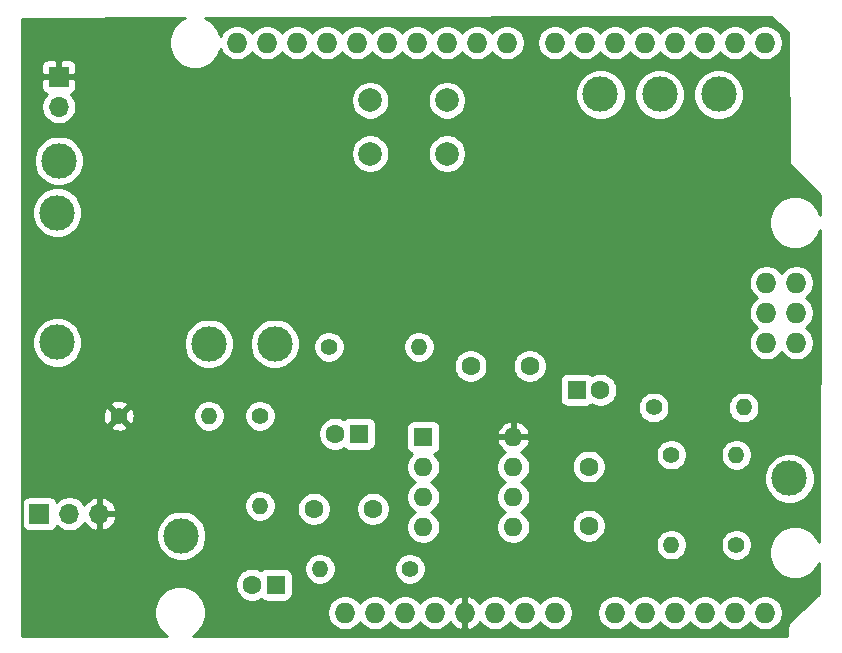
<source format=gbr>
%TF.GenerationSoftware,KiCad,Pcbnew,(5.1.5)-3*%
%TF.CreationDate,2020-05-16T12:13:26+02:00*%
%TF.ProjectId,30_PCB,33305f50-4342-42e6-9b69-6361645f7063,V1.1*%
%TF.SameCoordinates,Original*%
%TF.FileFunction,Copper,L3,Inr*%
%TF.FilePolarity,Positive*%
%FSLAX46Y46*%
G04 Gerber Fmt 4.6, Leading zero omitted, Abs format (unit mm)*
G04 Created by KiCad (PCBNEW (5.1.5)-3) date 2020-05-16 12:13:26*
%MOMM*%
%LPD*%
G04 APERTURE LIST*
%ADD10O,1.727200X1.727200*%
%ADD11R,1.700000X1.700000*%
%ADD12O,1.700000X1.700000*%
%ADD13C,3.000000*%
%ADD14R,1.600000X1.600000*%
%ADD15C,1.600000*%
%ADD16C,1.400000*%
%ADD17O,1.400000X1.400000*%
%ADD18C,2.000000*%
%ADD19O,1.600000X1.600000*%
%ADD20C,0.254000*%
G04 APERTURE END LIST*
D10*
X132052001Y-80935001D03*
X131925001Y-108875001D03*
X129385001Y-108875001D03*
X126845001Y-108875001D03*
X124305001Y-108875001D03*
X121765001Y-108875001D03*
X96365001Y-108875001D03*
X102461001Y-60615001D03*
X99921001Y-60615001D03*
X97381001Y-60615001D03*
X92301001Y-60615001D03*
X89761001Y-60615001D03*
X87221001Y-60615001D03*
X105001001Y-60615001D03*
X107541001Y-60615001D03*
X110081001Y-60615001D03*
X94841001Y-60615001D03*
X114145001Y-60615001D03*
X116685001Y-60615001D03*
X119225001Y-60615001D03*
X121765001Y-60615001D03*
X124305001Y-60615001D03*
X126845001Y-60615001D03*
X129385001Y-60615001D03*
X131925001Y-60615001D03*
X98905001Y-108875001D03*
X101445001Y-108875001D03*
X103985001Y-108875001D03*
X106525001Y-108875001D03*
X109065001Y-108875001D03*
X111605001Y-108875001D03*
X114145001Y-108875001D03*
X119225001Y-108875001D03*
X134592001Y-80935001D03*
X132052001Y-83475001D03*
X134592001Y-83475001D03*
X134592001Y-86015001D03*
X132052001Y-86015001D03*
D11*
X70500000Y-100500000D03*
D12*
X73040000Y-100500000D03*
X75580000Y-100500000D03*
D13*
X72000000Y-75000000D03*
X72136000Y-70612000D03*
X118000000Y-65000000D03*
X123000000Y-65000000D03*
X128000000Y-65000000D03*
D14*
X97536000Y-93726000D03*
D15*
X95536000Y-93726000D03*
X88500000Y-106500000D03*
D14*
X90500000Y-106500000D03*
D15*
X112000000Y-88000000D03*
X107000000Y-88000000D03*
X93726000Y-100076000D03*
X98726000Y-100076000D03*
D14*
X116000000Y-90000000D03*
D15*
X118000000Y-90000000D03*
X117000000Y-96500000D03*
X117000000Y-101500000D03*
D13*
X72000000Y-86000000D03*
D11*
X72136000Y-63500000D03*
D12*
X72136000Y-66040000D03*
D16*
X77216000Y-92202000D03*
D17*
X84836000Y-92202000D03*
X89154000Y-99822000D03*
D16*
X89154000Y-92202000D03*
X101854000Y-105156000D03*
D17*
X94234000Y-105156000D03*
D16*
X94996000Y-86360000D03*
D17*
X102616000Y-86360000D03*
X130120000Y-91500000D03*
D16*
X122500000Y-91500000D03*
X124000000Y-95500000D03*
D17*
X124000000Y-103120000D03*
X129500000Y-95504000D03*
D16*
X129500000Y-103124000D03*
D13*
X84836000Y-86106000D03*
D18*
X98500000Y-70000000D03*
X98500000Y-65500000D03*
X105000000Y-70000000D03*
X105000000Y-65500000D03*
D14*
X103000000Y-94000000D03*
D19*
X110620000Y-101620000D03*
X103000000Y-96540000D03*
X110620000Y-99080000D03*
X103000000Y-99080000D03*
X110620000Y-96540000D03*
X103000000Y-101620000D03*
X110620000Y-94000000D03*
D13*
X82500000Y-102362000D03*
X90424000Y-86106000D03*
X134000000Y-97500000D03*
D20*
G36*
X133836263Y-59726835D02*
G01*
X133959632Y-70583331D01*
X133956808Y-70612000D01*
X133960368Y-70648147D01*
X133960411Y-70651916D01*
X133963553Y-70680487D01*
X133969551Y-70741382D01*
X133970649Y-70745002D01*
X133971063Y-70748766D01*
X133989513Y-70807190D01*
X134007290Y-70865792D01*
X134009074Y-70869130D01*
X134010214Y-70872739D01*
X134039686Y-70926402D01*
X134068575Y-70980450D01*
X134070978Y-70983378D01*
X134072798Y-70986692D01*
X134112182Y-71033585D01*
X134130386Y-71055766D01*
X134133044Y-71058424D01*
X134156411Y-71086246D01*
X134178893Y-71104273D01*
X136625987Y-73551368D01*
X136619764Y-75231498D01*
X136614111Y-75203076D01*
X136445632Y-74796332D01*
X136201039Y-74430272D01*
X135889730Y-74118963D01*
X135523670Y-73874370D01*
X135116926Y-73705891D01*
X134685129Y-73620001D01*
X134244873Y-73620001D01*
X133813076Y-73705891D01*
X133406332Y-73874370D01*
X133040272Y-74118963D01*
X132728963Y-74430272D01*
X132484370Y-74796332D01*
X132315891Y-75203076D01*
X132230001Y-75634873D01*
X132230001Y-76075129D01*
X132315891Y-76506926D01*
X132484370Y-76913670D01*
X132728963Y-77279730D01*
X133040272Y-77591039D01*
X133406332Y-77835632D01*
X133813076Y-78004111D01*
X134244873Y-78090001D01*
X134685129Y-78090001D01*
X135116926Y-78004111D01*
X135523670Y-77835632D01*
X135889730Y-77591039D01*
X136201039Y-77279730D01*
X136445632Y-76913670D01*
X136614111Y-76506926D01*
X136615058Y-76502164D01*
X136517254Y-102909244D01*
X136445632Y-102736332D01*
X136201039Y-102370272D01*
X135889730Y-102058963D01*
X135523670Y-101814370D01*
X135116926Y-101645891D01*
X134685129Y-101560001D01*
X134244873Y-101560001D01*
X133813076Y-101645891D01*
X133406332Y-101814370D01*
X133040272Y-102058963D01*
X132728963Y-102370272D01*
X132484370Y-102736332D01*
X132315891Y-103143076D01*
X132230001Y-103574873D01*
X132230001Y-104015129D01*
X132315891Y-104446926D01*
X132484370Y-104853670D01*
X132728963Y-105219730D01*
X133040272Y-105531039D01*
X133406332Y-105775632D01*
X133813076Y-105944111D01*
X134244873Y-106030001D01*
X134685129Y-106030001D01*
X135116926Y-105944111D01*
X135523670Y-105775632D01*
X135889730Y-105531039D01*
X136201039Y-105219730D01*
X136445632Y-104853670D01*
X136510634Y-104696741D01*
X136501047Y-107285146D01*
X134055464Y-109614273D01*
X134024052Y-109640052D01*
X133987921Y-109684078D01*
X133950723Y-109727215D01*
X133946724Y-109734277D01*
X133941575Y-109740551D01*
X133914718Y-109790798D01*
X133886661Y-109840344D01*
X133884118Y-109848047D01*
X133880290Y-109855208D01*
X133863749Y-109909735D01*
X133845899Y-109963796D01*
X133844907Y-109971847D01*
X133842550Y-109979618D01*
X133836964Y-110036333D01*
X133830005Y-110092830D01*
X133833000Y-110133347D01*
X133833001Y-110846000D01*
X83468085Y-110846000D01*
X83819730Y-110611039D01*
X84131039Y-110299730D01*
X84375632Y-109933670D01*
X84544111Y-109526926D01*
X84630001Y-109095129D01*
X84630001Y-108727402D01*
X94866401Y-108727402D01*
X94866401Y-109022600D01*
X94923991Y-109312126D01*
X95036959Y-109584854D01*
X95200962Y-109830303D01*
X95409699Y-110039040D01*
X95655148Y-110203043D01*
X95927876Y-110316011D01*
X96217402Y-110373601D01*
X96512600Y-110373601D01*
X96802126Y-110316011D01*
X97074854Y-110203043D01*
X97320303Y-110039040D01*
X97529040Y-109830303D01*
X97635001Y-109671720D01*
X97740962Y-109830303D01*
X97949699Y-110039040D01*
X98195148Y-110203043D01*
X98467876Y-110316011D01*
X98757402Y-110373601D01*
X99052600Y-110373601D01*
X99342126Y-110316011D01*
X99614854Y-110203043D01*
X99860303Y-110039040D01*
X100069040Y-109830303D01*
X100175001Y-109671720D01*
X100280962Y-109830303D01*
X100489699Y-110039040D01*
X100735148Y-110203043D01*
X101007876Y-110316011D01*
X101297402Y-110373601D01*
X101592600Y-110373601D01*
X101882126Y-110316011D01*
X102154854Y-110203043D01*
X102400303Y-110039040D01*
X102609040Y-109830303D01*
X102715001Y-109671720D01*
X102820962Y-109830303D01*
X103029699Y-110039040D01*
X103275148Y-110203043D01*
X103547876Y-110316011D01*
X103837402Y-110373601D01*
X104132600Y-110373601D01*
X104422126Y-110316011D01*
X104694854Y-110203043D01*
X104940303Y-110039040D01*
X105149040Y-109830303D01*
X105256693Y-109669188D01*
X105418147Y-109885294D01*
X105636513Y-110081818D01*
X105889023Y-110231965D01*
X106165974Y-110329964D01*
X106398001Y-110209465D01*
X106398001Y-109002001D01*
X106378001Y-109002001D01*
X106378001Y-108748001D01*
X106398001Y-108748001D01*
X106398001Y-107540537D01*
X106652001Y-107540537D01*
X106652001Y-108748001D01*
X106672001Y-108748001D01*
X106672001Y-109002001D01*
X106652001Y-109002001D01*
X106652001Y-110209465D01*
X106884028Y-110329964D01*
X107160979Y-110231965D01*
X107413489Y-110081818D01*
X107631855Y-109885294D01*
X107793309Y-109669188D01*
X107900962Y-109830303D01*
X108109699Y-110039040D01*
X108355148Y-110203043D01*
X108627876Y-110316011D01*
X108917402Y-110373601D01*
X109212600Y-110373601D01*
X109502126Y-110316011D01*
X109774854Y-110203043D01*
X110020303Y-110039040D01*
X110229040Y-109830303D01*
X110335001Y-109671720D01*
X110440962Y-109830303D01*
X110649699Y-110039040D01*
X110895148Y-110203043D01*
X111167876Y-110316011D01*
X111457402Y-110373601D01*
X111752600Y-110373601D01*
X112042126Y-110316011D01*
X112314854Y-110203043D01*
X112560303Y-110039040D01*
X112769040Y-109830303D01*
X112875001Y-109671720D01*
X112980962Y-109830303D01*
X113189699Y-110039040D01*
X113435148Y-110203043D01*
X113707876Y-110316011D01*
X113997402Y-110373601D01*
X114292600Y-110373601D01*
X114582126Y-110316011D01*
X114854854Y-110203043D01*
X115100303Y-110039040D01*
X115309040Y-109830303D01*
X115473043Y-109584854D01*
X115586011Y-109312126D01*
X115643601Y-109022600D01*
X115643601Y-108727402D01*
X117726401Y-108727402D01*
X117726401Y-109022600D01*
X117783991Y-109312126D01*
X117896959Y-109584854D01*
X118060962Y-109830303D01*
X118269699Y-110039040D01*
X118515148Y-110203043D01*
X118787876Y-110316011D01*
X119077402Y-110373601D01*
X119372600Y-110373601D01*
X119662126Y-110316011D01*
X119934854Y-110203043D01*
X120180303Y-110039040D01*
X120389040Y-109830303D01*
X120495001Y-109671720D01*
X120600962Y-109830303D01*
X120809699Y-110039040D01*
X121055148Y-110203043D01*
X121327876Y-110316011D01*
X121617402Y-110373601D01*
X121912600Y-110373601D01*
X122202126Y-110316011D01*
X122474854Y-110203043D01*
X122720303Y-110039040D01*
X122929040Y-109830303D01*
X123035001Y-109671720D01*
X123140962Y-109830303D01*
X123349699Y-110039040D01*
X123595148Y-110203043D01*
X123867876Y-110316011D01*
X124157402Y-110373601D01*
X124452600Y-110373601D01*
X124742126Y-110316011D01*
X125014854Y-110203043D01*
X125260303Y-110039040D01*
X125469040Y-109830303D01*
X125575001Y-109671720D01*
X125680962Y-109830303D01*
X125889699Y-110039040D01*
X126135148Y-110203043D01*
X126407876Y-110316011D01*
X126697402Y-110373601D01*
X126992600Y-110373601D01*
X127282126Y-110316011D01*
X127554854Y-110203043D01*
X127800303Y-110039040D01*
X128009040Y-109830303D01*
X128115001Y-109671720D01*
X128220962Y-109830303D01*
X128429699Y-110039040D01*
X128675148Y-110203043D01*
X128947876Y-110316011D01*
X129237402Y-110373601D01*
X129532600Y-110373601D01*
X129822126Y-110316011D01*
X130094854Y-110203043D01*
X130340303Y-110039040D01*
X130549040Y-109830303D01*
X130655001Y-109671720D01*
X130760962Y-109830303D01*
X130969699Y-110039040D01*
X131215148Y-110203043D01*
X131487876Y-110316011D01*
X131777402Y-110373601D01*
X132072600Y-110373601D01*
X132362126Y-110316011D01*
X132634854Y-110203043D01*
X132880303Y-110039040D01*
X133089040Y-109830303D01*
X133253043Y-109584854D01*
X133366011Y-109312126D01*
X133423601Y-109022600D01*
X133423601Y-108727402D01*
X133366011Y-108437876D01*
X133253043Y-108165148D01*
X133089040Y-107919699D01*
X132880303Y-107710962D01*
X132634854Y-107546959D01*
X132362126Y-107433991D01*
X132072600Y-107376401D01*
X131777402Y-107376401D01*
X131487876Y-107433991D01*
X131215148Y-107546959D01*
X130969699Y-107710962D01*
X130760962Y-107919699D01*
X130655001Y-108078282D01*
X130549040Y-107919699D01*
X130340303Y-107710962D01*
X130094854Y-107546959D01*
X129822126Y-107433991D01*
X129532600Y-107376401D01*
X129237402Y-107376401D01*
X128947876Y-107433991D01*
X128675148Y-107546959D01*
X128429699Y-107710962D01*
X128220962Y-107919699D01*
X128115001Y-108078282D01*
X128009040Y-107919699D01*
X127800303Y-107710962D01*
X127554854Y-107546959D01*
X127282126Y-107433991D01*
X126992600Y-107376401D01*
X126697402Y-107376401D01*
X126407876Y-107433991D01*
X126135148Y-107546959D01*
X125889699Y-107710962D01*
X125680962Y-107919699D01*
X125575001Y-108078282D01*
X125469040Y-107919699D01*
X125260303Y-107710962D01*
X125014854Y-107546959D01*
X124742126Y-107433991D01*
X124452600Y-107376401D01*
X124157402Y-107376401D01*
X123867876Y-107433991D01*
X123595148Y-107546959D01*
X123349699Y-107710962D01*
X123140962Y-107919699D01*
X123035001Y-108078282D01*
X122929040Y-107919699D01*
X122720303Y-107710962D01*
X122474854Y-107546959D01*
X122202126Y-107433991D01*
X121912600Y-107376401D01*
X121617402Y-107376401D01*
X121327876Y-107433991D01*
X121055148Y-107546959D01*
X120809699Y-107710962D01*
X120600962Y-107919699D01*
X120495001Y-108078282D01*
X120389040Y-107919699D01*
X120180303Y-107710962D01*
X119934854Y-107546959D01*
X119662126Y-107433991D01*
X119372600Y-107376401D01*
X119077402Y-107376401D01*
X118787876Y-107433991D01*
X118515148Y-107546959D01*
X118269699Y-107710962D01*
X118060962Y-107919699D01*
X117896959Y-108165148D01*
X117783991Y-108437876D01*
X117726401Y-108727402D01*
X115643601Y-108727402D01*
X115586011Y-108437876D01*
X115473043Y-108165148D01*
X115309040Y-107919699D01*
X115100303Y-107710962D01*
X114854854Y-107546959D01*
X114582126Y-107433991D01*
X114292600Y-107376401D01*
X113997402Y-107376401D01*
X113707876Y-107433991D01*
X113435148Y-107546959D01*
X113189699Y-107710962D01*
X112980962Y-107919699D01*
X112875001Y-108078282D01*
X112769040Y-107919699D01*
X112560303Y-107710962D01*
X112314854Y-107546959D01*
X112042126Y-107433991D01*
X111752600Y-107376401D01*
X111457402Y-107376401D01*
X111167876Y-107433991D01*
X110895148Y-107546959D01*
X110649699Y-107710962D01*
X110440962Y-107919699D01*
X110335001Y-108078282D01*
X110229040Y-107919699D01*
X110020303Y-107710962D01*
X109774854Y-107546959D01*
X109502126Y-107433991D01*
X109212600Y-107376401D01*
X108917402Y-107376401D01*
X108627876Y-107433991D01*
X108355148Y-107546959D01*
X108109699Y-107710962D01*
X107900962Y-107919699D01*
X107793309Y-108080814D01*
X107631855Y-107864708D01*
X107413489Y-107668184D01*
X107160979Y-107518037D01*
X106884028Y-107420038D01*
X106652001Y-107540537D01*
X106398001Y-107540537D01*
X106165974Y-107420038D01*
X105889023Y-107518037D01*
X105636513Y-107668184D01*
X105418147Y-107864708D01*
X105256693Y-108080814D01*
X105149040Y-107919699D01*
X104940303Y-107710962D01*
X104694854Y-107546959D01*
X104422126Y-107433991D01*
X104132600Y-107376401D01*
X103837402Y-107376401D01*
X103547876Y-107433991D01*
X103275148Y-107546959D01*
X103029699Y-107710962D01*
X102820962Y-107919699D01*
X102715001Y-108078282D01*
X102609040Y-107919699D01*
X102400303Y-107710962D01*
X102154854Y-107546959D01*
X101882126Y-107433991D01*
X101592600Y-107376401D01*
X101297402Y-107376401D01*
X101007876Y-107433991D01*
X100735148Y-107546959D01*
X100489699Y-107710962D01*
X100280962Y-107919699D01*
X100175001Y-108078282D01*
X100069040Y-107919699D01*
X99860303Y-107710962D01*
X99614854Y-107546959D01*
X99342126Y-107433991D01*
X99052600Y-107376401D01*
X98757402Y-107376401D01*
X98467876Y-107433991D01*
X98195148Y-107546959D01*
X97949699Y-107710962D01*
X97740962Y-107919699D01*
X97635001Y-108078282D01*
X97529040Y-107919699D01*
X97320303Y-107710962D01*
X97074854Y-107546959D01*
X96802126Y-107433991D01*
X96512600Y-107376401D01*
X96217402Y-107376401D01*
X95927876Y-107433991D01*
X95655148Y-107546959D01*
X95409699Y-107710962D01*
X95200962Y-107919699D01*
X95036959Y-108165148D01*
X94923991Y-108437876D01*
X94866401Y-108727402D01*
X84630001Y-108727402D01*
X84630001Y-108654873D01*
X84544111Y-108223076D01*
X84375632Y-107816332D01*
X84131039Y-107450272D01*
X83819730Y-107138963D01*
X83453670Y-106894370D01*
X83046926Y-106725891D01*
X82615129Y-106640001D01*
X82174873Y-106640001D01*
X81743076Y-106725891D01*
X81336332Y-106894370D01*
X80970272Y-107138963D01*
X80658963Y-107450272D01*
X80414370Y-107816332D01*
X80245891Y-108223076D01*
X80160001Y-108654873D01*
X80160001Y-109095129D01*
X80245891Y-109526926D01*
X80414370Y-109933670D01*
X80658963Y-110299730D01*
X80970272Y-110611039D01*
X81321917Y-110846000D01*
X68986000Y-110846000D01*
X68986000Y-106358665D01*
X87065000Y-106358665D01*
X87065000Y-106641335D01*
X87120147Y-106918574D01*
X87228320Y-107179727D01*
X87385363Y-107414759D01*
X87585241Y-107614637D01*
X87820273Y-107771680D01*
X88081426Y-107879853D01*
X88358665Y-107935000D01*
X88641335Y-107935000D01*
X88918574Y-107879853D01*
X89179727Y-107771680D01*
X89235210Y-107734607D01*
X89248815Y-107751185D01*
X89345506Y-107830537D01*
X89455820Y-107889502D01*
X89575518Y-107925812D01*
X89700000Y-107938072D01*
X91300000Y-107938072D01*
X91424482Y-107925812D01*
X91544180Y-107889502D01*
X91654494Y-107830537D01*
X91751185Y-107751185D01*
X91830537Y-107654494D01*
X91889502Y-107544180D01*
X91925812Y-107424482D01*
X91938072Y-107300000D01*
X91938072Y-105700000D01*
X91925812Y-105575518D01*
X91889502Y-105455820D01*
X91830537Y-105345506D01*
X91751185Y-105248815D01*
X91654494Y-105169463D01*
X91544180Y-105110498D01*
X91424482Y-105074188D01*
X91300000Y-105061928D01*
X89700000Y-105061928D01*
X89575518Y-105074188D01*
X89455820Y-105110498D01*
X89345506Y-105169463D01*
X89248815Y-105248815D01*
X89235210Y-105265393D01*
X89179727Y-105228320D01*
X88918574Y-105120147D01*
X88641335Y-105065000D01*
X88358665Y-105065000D01*
X88081426Y-105120147D01*
X87820273Y-105228320D01*
X87585241Y-105385363D01*
X87385363Y-105585241D01*
X87228320Y-105820273D01*
X87120147Y-106081426D01*
X87065000Y-106358665D01*
X68986000Y-106358665D01*
X68986000Y-105024514D01*
X92899000Y-105024514D01*
X92899000Y-105287486D01*
X92950304Y-105545405D01*
X93050939Y-105788359D01*
X93197038Y-106007013D01*
X93382987Y-106192962D01*
X93601641Y-106339061D01*
X93844595Y-106439696D01*
X94102514Y-106491000D01*
X94365486Y-106491000D01*
X94623405Y-106439696D01*
X94866359Y-106339061D01*
X95085013Y-106192962D01*
X95270962Y-106007013D01*
X95417061Y-105788359D01*
X95517696Y-105545405D01*
X95569000Y-105287486D01*
X95569000Y-105024514D01*
X100519000Y-105024514D01*
X100519000Y-105287486D01*
X100570304Y-105545405D01*
X100670939Y-105788359D01*
X100817038Y-106007013D01*
X101002987Y-106192962D01*
X101221641Y-106339061D01*
X101464595Y-106439696D01*
X101722514Y-106491000D01*
X101985486Y-106491000D01*
X102243405Y-106439696D01*
X102486359Y-106339061D01*
X102705013Y-106192962D01*
X102890962Y-106007013D01*
X103037061Y-105788359D01*
X103137696Y-105545405D01*
X103189000Y-105287486D01*
X103189000Y-105024514D01*
X103137696Y-104766595D01*
X103037061Y-104523641D01*
X102890962Y-104304987D01*
X102705013Y-104119038D01*
X102486359Y-103972939D01*
X102243405Y-103872304D01*
X101985486Y-103821000D01*
X101722514Y-103821000D01*
X101464595Y-103872304D01*
X101221641Y-103972939D01*
X101002987Y-104119038D01*
X100817038Y-104304987D01*
X100670939Y-104523641D01*
X100570304Y-104766595D01*
X100519000Y-105024514D01*
X95569000Y-105024514D01*
X95517696Y-104766595D01*
X95417061Y-104523641D01*
X95270962Y-104304987D01*
X95085013Y-104119038D01*
X94866359Y-103972939D01*
X94623405Y-103872304D01*
X94365486Y-103821000D01*
X94102514Y-103821000D01*
X93844595Y-103872304D01*
X93601641Y-103972939D01*
X93382987Y-104119038D01*
X93197038Y-104304987D01*
X93050939Y-104523641D01*
X92950304Y-104766595D01*
X92899000Y-105024514D01*
X68986000Y-105024514D01*
X68986000Y-102151721D01*
X80365000Y-102151721D01*
X80365000Y-102572279D01*
X80447047Y-102984756D01*
X80607988Y-103373302D01*
X80841637Y-103722983D01*
X81139017Y-104020363D01*
X81488698Y-104254012D01*
X81877244Y-104414953D01*
X82289721Y-104497000D01*
X82710279Y-104497000D01*
X83122756Y-104414953D01*
X83511302Y-104254012D01*
X83860983Y-104020363D01*
X84158363Y-103722983D01*
X84392012Y-103373302D01*
X84552953Y-102984756D01*
X84635000Y-102572279D01*
X84635000Y-102151721D01*
X84552953Y-101739244D01*
X84392012Y-101350698D01*
X84158363Y-101001017D01*
X83860983Y-100703637D01*
X83511302Y-100469988D01*
X83122756Y-100309047D01*
X82710279Y-100227000D01*
X82289721Y-100227000D01*
X81877244Y-100309047D01*
X81488698Y-100469988D01*
X81139017Y-100703637D01*
X80841637Y-101001017D01*
X80607988Y-101350698D01*
X80447047Y-101739244D01*
X80365000Y-102151721D01*
X68986000Y-102151721D01*
X68986000Y-99650000D01*
X69011928Y-99650000D01*
X69011928Y-101350000D01*
X69024188Y-101474482D01*
X69060498Y-101594180D01*
X69119463Y-101704494D01*
X69198815Y-101801185D01*
X69295506Y-101880537D01*
X69405820Y-101939502D01*
X69525518Y-101975812D01*
X69650000Y-101988072D01*
X71350000Y-101988072D01*
X71474482Y-101975812D01*
X71594180Y-101939502D01*
X71704494Y-101880537D01*
X71801185Y-101801185D01*
X71880537Y-101704494D01*
X71939502Y-101594180D01*
X71961513Y-101521620D01*
X72093368Y-101653475D01*
X72336589Y-101815990D01*
X72606842Y-101927932D01*
X72893740Y-101985000D01*
X73186260Y-101985000D01*
X73473158Y-101927932D01*
X73743411Y-101815990D01*
X73986632Y-101653475D01*
X74193475Y-101446632D01*
X74315195Y-101264466D01*
X74384822Y-101381355D01*
X74579731Y-101597588D01*
X74813080Y-101771641D01*
X75075901Y-101896825D01*
X75223110Y-101941476D01*
X75453000Y-101820155D01*
X75453000Y-100627000D01*
X75707000Y-100627000D01*
X75707000Y-101820155D01*
X75936890Y-101941476D01*
X76084099Y-101896825D01*
X76346920Y-101771641D01*
X76580269Y-101597588D01*
X76775178Y-101381355D01*
X76924157Y-101131252D01*
X77021481Y-100856891D01*
X76900814Y-100627000D01*
X75707000Y-100627000D01*
X75453000Y-100627000D01*
X75433000Y-100627000D01*
X75433000Y-100373000D01*
X75453000Y-100373000D01*
X75453000Y-99179845D01*
X75707000Y-99179845D01*
X75707000Y-100373000D01*
X76900814Y-100373000D01*
X77021481Y-100143109D01*
X76924157Y-99868748D01*
X76817989Y-99690514D01*
X87819000Y-99690514D01*
X87819000Y-99953486D01*
X87870304Y-100211405D01*
X87970939Y-100454359D01*
X88117038Y-100673013D01*
X88302987Y-100858962D01*
X88521641Y-101005061D01*
X88764595Y-101105696D01*
X89022514Y-101157000D01*
X89285486Y-101157000D01*
X89543405Y-101105696D01*
X89786359Y-101005061D01*
X90005013Y-100858962D01*
X90190962Y-100673013D01*
X90337061Y-100454359D01*
X90437696Y-100211405D01*
X90489000Y-99953486D01*
X90489000Y-99934665D01*
X92291000Y-99934665D01*
X92291000Y-100217335D01*
X92346147Y-100494574D01*
X92454320Y-100755727D01*
X92611363Y-100990759D01*
X92811241Y-101190637D01*
X93046273Y-101347680D01*
X93307426Y-101455853D01*
X93584665Y-101511000D01*
X93867335Y-101511000D01*
X94144574Y-101455853D01*
X94405727Y-101347680D01*
X94640759Y-101190637D01*
X94840637Y-100990759D01*
X94997680Y-100755727D01*
X95105853Y-100494574D01*
X95161000Y-100217335D01*
X95161000Y-99934665D01*
X97291000Y-99934665D01*
X97291000Y-100217335D01*
X97346147Y-100494574D01*
X97454320Y-100755727D01*
X97611363Y-100990759D01*
X97811241Y-101190637D01*
X98046273Y-101347680D01*
X98307426Y-101455853D01*
X98584665Y-101511000D01*
X98867335Y-101511000D01*
X99144574Y-101455853D01*
X99405727Y-101347680D01*
X99640759Y-101190637D01*
X99840637Y-100990759D01*
X99997680Y-100755727D01*
X100105853Y-100494574D01*
X100161000Y-100217335D01*
X100161000Y-99934665D01*
X100105853Y-99657426D01*
X99997680Y-99396273D01*
X99840637Y-99161241D01*
X99640759Y-98961363D01*
X99405727Y-98804320D01*
X99144574Y-98696147D01*
X98867335Y-98641000D01*
X98584665Y-98641000D01*
X98307426Y-98696147D01*
X98046273Y-98804320D01*
X97811241Y-98961363D01*
X97611363Y-99161241D01*
X97454320Y-99396273D01*
X97346147Y-99657426D01*
X97291000Y-99934665D01*
X95161000Y-99934665D01*
X95105853Y-99657426D01*
X94997680Y-99396273D01*
X94840637Y-99161241D01*
X94640759Y-98961363D01*
X94405727Y-98804320D01*
X94144574Y-98696147D01*
X93867335Y-98641000D01*
X93584665Y-98641000D01*
X93307426Y-98696147D01*
X93046273Y-98804320D01*
X92811241Y-98961363D01*
X92611363Y-99161241D01*
X92454320Y-99396273D01*
X92346147Y-99657426D01*
X92291000Y-99934665D01*
X90489000Y-99934665D01*
X90489000Y-99690514D01*
X90437696Y-99432595D01*
X90337061Y-99189641D01*
X90190962Y-98970987D01*
X90005013Y-98785038D01*
X89786359Y-98638939D01*
X89543405Y-98538304D01*
X89285486Y-98487000D01*
X89022514Y-98487000D01*
X88764595Y-98538304D01*
X88521641Y-98638939D01*
X88302987Y-98785038D01*
X88117038Y-98970987D01*
X87970939Y-99189641D01*
X87870304Y-99432595D01*
X87819000Y-99690514D01*
X76817989Y-99690514D01*
X76775178Y-99618645D01*
X76580269Y-99402412D01*
X76346920Y-99228359D01*
X76084099Y-99103175D01*
X75936890Y-99058524D01*
X75707000Y-99179845D01*
X75453000Y-99179845D01*
X75223110Y-99058524D01*
X75075901Y-99103175D01*
X74813080Y-99228359D01*
X74579731Y-99402412D01*
X74384822Y-99618645D01*
X74315195Y-99735534D01*
X74193475Y-99553368D01*
X73986632Y-99346525D01*
X73743411Y-99184010D01*
X73473158Y-99072068D01*
X73186260Y-99015000D01*
X72893740Y-99015000D01*
X72606842Y-99072068D01*
X72336589Y-99184010D01*
X72093368Y-99346525D01*
X71961513Y-99478380D01*
X71939502Y-99405820D01*
X71880537Y-99295506D01*
X71801185Y-99198815D01*
X71704494Y-99119463D01*
X71594180Y-99060498D01*
X71474482Y-99024188D01*
X71350000Y-99011928D01*
X69650000Y-99011928D01*
X69525518Y-99024188D01*
X69405820Y-99060498D01*
X69295506Y-99119463D01*
X69198815Y-99198815D01*
X69119463Y-99295506D01*
X69060498Y-99405820D01*
X69024188Y-99525518D01*
X69011928Y-99650000D01*
X68986000Y-99650000D01*
X68986000Y-93584665D01*
X94101000Y-93584665D01*
X94101000Y-93867335D01*
X94156147Y-94144574D01*
X94264320Y-94405727D01*
X94421363Y-94640759D01*
X94621241Y-94840637D01*
X94856273Y-94997680D01*
X95117426Y-95105853D01*
X95394665Y-95161000D01*
X95677335Y-95161000D01*
X95954574Y-95105853D01*
X96215727Y-94997680D01*
X96271210Y-94960607D01*
X96284815Y-94977185D01*
X96381506Y-95056537D01*
X96491820Y-95115502D01*
X96611518Y-95151812D01*
X96736000Y-95164072D01*
X98336000Y-95164072D01*
X98460482Y-95151812D01*
X98580180Y-95115502D01*
X98690494Y-95056537D01*
X98787185Y-94977185D01*
X98866537Y-94880494D01*
X98925502Y-94770180D01*
X98961812Y-94650482D01*
X98974072Y-94526000D01*
X98974072Y-93200000D01*
X101561928Y-93200000D01*
X101561928Y-94800000D01*
X101574188Y-94924482D01*
X101610498Y-95044180D01*
X101669463Y-95154494D01*
X101748815Y-95251185D01*
X101845506Y-95330537D01*
X101955820Y-95389502D01*
X102075518Y-95425812D01*
X102083961Y-95426643D01*
X101885363Y-95625241D01*
X101728320Y-95860273D01*
X101620147Y-96121426D01*
X101565000Y-96398665D01*
X101565000Y-96681335D01*
X101620147Y-96958574D01*
X101728320Y-97219727D01*
X101885363Y-97454759D01*
X102085241Y-97654637D01*
X102317759Y-97810000D01*
X102085241Y-97965363D01*
X101885363Y-98165241D01*
X101728320Y-98400273D01*
X101620147Y-98661426D01*
X101565000Y-98938665D01*
X101565000Y-99221335D01*
X101620147Y-99498574D01*
X101728320Y-99759727D01*
X101885363Y-99994759D01*
X102085241Y-100194637D01*
X102317759Y-100350000D01*
X102085241Y-100505363D01*
X101885363Y-100705241D01*
X101728320Y-100940273D01*
X101620147Y-101201426D01*
X101565000Y-101478665D01*
X101565000Y-101761335D01*
X101620147Y-102038574D01*
X101728320Y-102299727D01*
X101885363Y-102534759D01*
X102085241Y-102734637D01*
X102320273Y-102891680D01*
X102581426Y-102999853D01*
X102858665Y-103055000D01*
X103141335Y-103055000D01*
X103418574Y-102999853D01*
X103679727Y-102891680D01*
X103914759Y-102734637D01*
X104114637Y-102534759D01*
X104271680Y-102299727D01*
X104379853Y-102038574D01*
X104435000Y-101761335D01*
X104435000Y-101478665D01*
X104379853Y-101201426D01*
X104271680Y-100940273D01*
X104114637Y-100705241D01*
X103914759Y-100505363D01*
X103682241Y-100350000D01*
X103914759Y-100194637D01*
X104114637Y-99994759D01*
X104271680Y-99759727D01*
X104379853Y-99498574D01*
X104435000Y-99221335D01*
X104435000Y-98938665D01*
X104379853Y-98661426D01*
X104271680Y-98400273D01*
X104114637Y-98165241D01*
X103914759Y-97965363D01*
X103682241Y-97810000D01*
X103914759Y-97654637D01*
X104114637Y-97454759D01*
X104271680Y-97219727D01*
X104379853Y-96958574D01*
X104435000Y-96681335D01*
X104435000Y-96398665D01*
X109185000Y-96398665D01*
X109185000Y-96681335D01*
X109240147Y-96958574D01*
X109348320Y-97219727D01*
X109505363Y-97454759D01*
X109705241Y-97654637D01*
X109937759Y-97810000D01*
X109705241Y-97965363D01*
X109505363Y-98165241D01*
X109348320Y-98400273D01*
X109240147Y-98661426D01*
X109185000Y-98938665D01*
X109185000Y-99221335D01*
X109240147Y-99498574D01*
X109348320Y-99759727D01*
X109505363Y-99994759D01*
X109705241Y-100194637D01*
X109937759Y-100350000D01*
X109705241Y-100505363D01*
X109505363Y-100705241D01*
X109348320Y-100940273D01*
X109240147Y-101201426D01*
X109185000Y-101478665D01*
X109185000Y-101761335D01*
X109240147Y-102038574D01*
X109348320Y-102299727D01*
X109505363Y-102534759D01*
X109705241Y-102734637D01*
X109940273Y-102891680D01*
X110201426Y-102999853D01*
X110478665Y-103055000D01*
X110761335Y-103055000D01*
X111038574Y-102999853D01*
X111065948Y-102988514D01*
X122665000Y-102988514D01*
X122665000Y-103251486D01*
X122716304Y-103509405D01*
X122816939Y-103752359D01*
X122963038Y-103971013D01*
X123148987Y-104156962D01*
X123367641Y-104303061D01*
X123610595Y-104403696D01*
X123868514Y-104455000D01*
X124131486Y-104455000D01*
X124389405Y-104403696D01*
X124632359Y-104303061D01*
X124851013Y-104156962D01*
X125036962Y-103971013D01*
X125183061Y-103752359D01*
X125283696Y-103509405D01*
X125335000Y-103251486D01*
X125335000Y-102992514D01*
X128165000Y-102992514D01*
X128165000Y-103255486D01*
X128216304Y-103513405D01*
X128316939Y-103756359D01*
X128463038Y-103975013D01*
X128648987Y-104160962D01*
X128867641Y-104307061D01*
X129110595Y-104407696D01*
X129368514Y-104459000D01*
X129631486Y-104459000D01*
X129889405Y-104407696D01*
X130132359Y-104307061D01*
X130351013Y-104160962D01*
X130536962Y-103975013D01*
X130683061Y-103756359D01*
X130783696Y-103513405D01*
X130835000Y-103255486D01*
X130835000Y-102992514D01*
X130783696Y-102734595D01*
X130683061Y-102491641D01*
X130536962Y-102272987D01*
X130351013Y-102087038D01*
X130132359Y-101940939D01*
X129889405Y-101840304D01*
X129631486Y-101789000D01*
X129368514Y-101789000D01*
X129110595Y-101840304D01*
X128867641Y-101940939D01*
X128648987Y-102087038D01*
X128463038Y-102272987D01*
X128316939Y-102491641D01*
X128216304Y-102734595D01*
X128165000Y-102992514D01*
X125335000Y-102992514D01*
X125335000Y-102988514D01*
X125283696Y-102730595D01*
X125183061Y-102487641D01*
X125036962Y-102268987D01*
X124851013Y-102083038D01*
X124632359Y-101936939D01*
X124389405Y-101836304D01*
X124131486Y-101785000D01*
X123868514Y-101785000D01*
X123610595Y-101836304D01*
X123367641Y-101936939D01*
X123148987Y-102083038D01*
X122963038Y-102268987D01*
X122816939Y-102487641D01*
X122716304Y-102730595D01*
X122665000Y-102988514D01*
X111065948Y-102988514D01*
X111299727Y-102891680D01*
X111534759Y-102734637D01*
X111734637Y-102534759D01*
X111891680Y-102299727D01*
X111999853Y-102038574D01*
X112055000Y-101761335D01*
X112055000Y-101478665D01*
X112031131Y-101358665D01*
X115565000Y-101358665D01*
X115565000Y-101641335D01*
X115620147Y-101918574D01*
X115728320Y-102179727D01*
X115885363Y-102414759D01*
X116085241Y-102614637D01*
X116320273Y-102771680D01*
X116581426Y-102879853D01*
X116858665Y-102935000D01*
X117141335Y-102935000D01*
X117418574Y-102879853D01*
X117679727Y-102771680D01*
X117914759Y-102614637D01*
X118114637Y-102414759D01*
X118271680Y-102179727D01*
X118379853Y-101918574D01*
X118435000Y-101641335D01*
X118435000Y-101358665D01*
X118379853Y-101081426D01*
X118271680Y-100820273D01*
X118114637Y-100585241D01*
X117914759Y-100385363D01*
X117679727Y-100228320D01*
X117418574Y-100120147D01*
X117141335Y-100065000D01*
X116858665Y-100065000D01*
X116581426Y-100120147D01*
X116320273Y-100228320D01*
X116085241Y-100385363D01*
X115885363Y-100585241D01*
X115728320Y-100820273D01*
X115620147Y-101081426D01*
X115565000Y-101358665D01*
X112031131Y-101358665D01*
X111999853Y-101201426D01*
X111891680Y-100940273D01*
X111734637Y-100705241D01*
X111534759Y-100505363D01*
X111302241Y-100350000D01*
X111534759Y-100194637D01*
X111734637Y-99994759D01*
X111891680Y-99759727D01*
X111999853Y-99498574D01*
X112055000Y-99221335D01*
X112055000Y-98938665D01*
X111999853Y-98661426D01*
X111891680Y-98400273D01*
X111734637Y-98165241D01*
X111534759Y-97965363D01*
X111302241Y-97810000D01*
X111534759Y-97654637D01*
X111734637Y-97454759D01*
X111891680Y-97219727D01*
X111999853Y-96958574D01*
X112055000Y-96681335D01*
X112055000Y-96398665D01*
X112047044Y-96358665D01*
X115565000Y-96358665D01*
X115565000Y-96641335D01*
X115620147Y-96918574D01*
X115728320Y-97179727D01*
X115885363Y-97414759D01*
X116085241Y-97614637D01*
X116320273Y-97771680D01*
X116581426Y-97879853D01*
X116858665Y-97935000D01*
X117141335Y-97935000D01*
X117418574Y-97879853D01*
X117679727Y-97771680D01*
X117914759Y-97614637D01*
X118114637Y-97414759D01*
X118198184Y-97289721D01*
X131865000Y-97289721D01*
X131865000Y-97710279D01*
X131947047Y-98122756D01*
X132107988Y-98511302D01*
X132341637Y-98860983D01*
X132639017Y-99158363D01*
X132988698Y-99392012D01*
X133377244Y-99552953D01*
X133789721Y-99635000D01*
X134210279Y-99635000D01*
X134622756Y-99552953D01*
X135011302Y-99392012D01*
X135360983Y-99158363D01*
X135658363Y-98860983D01*
X135892012Y-98511302D01*
X136052953Y-98122756D01*
X136135000Y-97710279D01*
X136135000Y-97289721D01*
X136052953Y-96877244D01*
X135892012Y-96488698D01*
X135658363Y-96139017D01*
X135360983Y-95841637D01*
X135011302Y-95607988D01*
X134622756Y-95447047D01*
X134210279Y-95365000D01*
X133789721Y-95365000D01*
X133377244Y-95447047D01*
X132988698Y-95607988D01*
X132639017Y-95841637D01*
X132341637Y-96139017D01*
X132107988Y-96488698D01*
X131947047Y-96877244D01*
X131865000Y-97289721D01*
X118198184Y-97289721D01*
X118271680Y-97179727D01*
X118379853Y-96918574D01*
X118435000Y-96641335D01*
X118435000Y-96358665D01*
X118379853Y-96081426D01*
X118271680Y-95820273D01*
X118114637Y-95585241D01*
X117914759Y-95385363D01*
X117889543Y-95368514D01*
X122665000Y-95368514D01*
X122665000Y-95631486D01*
X122716304Y-95889405D01*
X122816939Y-96132359D01*
X122963038Y-96351013D01*
X123148987Y-96536962D01*
X123367641Y-96683061D01*
X123610595Y-96783696D01*
X123868514Y-96835000D01*
X124131486Y-96835000D01*
X124389405Y-96783696D01*
X124632359Y-96683061D01*
X124851013Y-96536962D01*
X125036962Y-96351013D01*
X125183061Y-96132359D01*
X125283696Y-95889405D01*
X125335000Y-95631486D01*
X125335000Y-95372514D01*
X128165000Y-95372514D01*
X128165000Y-95635486D01*
X128216304Y-95893405D01*
X128316939Y-96136359D01*
X128463038Y-96355013D01*
X128648987Y-96540962D01*
X128867641Y-96687061D01*
X129110595Y-96787696D01*
X129368514Y-96839000D01*
X129631486Y-96839000D01*
X129889405Y-96787696D01*
X130132359Y-96687061D01*
X130351013Y-96540962D01*
X130536962Y-96355013D01*
X130683061Y-96136359D01*
X130783696Y-95893405D01*
X130835000Y-95635486D01*
X130835000Y-95372514D01*
X130783696Y-95114595D01*
X130683061Y-94871641D01*
X130536962Y-94652987D01*
X130351013Y-94467038D01*
X130132359Y-94320939D01*
X129889405Y-94220304D01*
X129631486Y-94169000D01*
X129368514Y-94169000D01*
X129110595Y-94220304D01*
X128867641Y-94320939D01*
X128648987Y-94467038D01*
X128463038Y-94652987D01*
X128316939Y-94871641D01*
X128216304Y-95114595D01*
X128165000Y-95372514D01*
X125335000Y-95372514D01*
X125335000Y-95368514D01*
X125283696Y-95110595D01*
X125183061Y-94867641D01*
X125036962Y-94648987D01*
X124851013Y-94463038D01*
X124632359Y-94316939D01*
X124389405Y-94216304D01*
X124131486Y-94165000D01*
X123868514Y-94165000D01*
X123610595Y-94216304D01*
X123367641Y-94316939D01*
X123148987Y-94463038D01*
X122963038Y-94648987D01*
X122816939Y-94867641D01*
X122716304Y-95110595D01*
X122665000Y-95368514D01*
X117889543Y-95368514D01*
X117679727Y-95228320D01*
X117418574Y-95120147D01*
X117141335Y-95065000D01*
X116858665Y-95065000D01*
X116581426Y-95120147D01*
X116320273Y-95228320D01*
X116085241Y-95385363D01*
X115885363Y-95585241D01*
X115728320Y-95820273D01*
X115620147Y-96081426D01*
X115565000Y-96358665D01*
X112047044Y-96358665D01*
X111999853Y-96121426D01*
X111891680Y-95860273D01*
X111734637Y-95625241D01*
X111534759Y-95425363D01*
X111299727Y-95268320D01*
X111289135Y-95263933D01*
X111475131Y-95152385D01*
X111683519Y-94963414D01*
X111851037Y-94737420D01*
X111971246Y-94483087D01*
X112011904Y-94349039D01*
X111889915Y-94127000D01*
X110747000Y-94127000D01*
X110747000Y-94147000D01*
X110493000Y-94147000D01*
X110493000Y-94127000D01*
X109350085Y-94127000D01*
X109228096Y-94349039D01*
X109268754Y-94483087D01*
X109388963Y-94737420D01*
X109556481Y-94963414D01*
X109764869Y-95152385D01*
X109950865Y-95263933D01*
X109940273Y-95268320D01*
X109705241Y-95425363D01*
X109505363Y-95625241D01*
X109348320Y-95860273D01*
X109240147Y-96121426D01*
X109185000Y-96398665D01*
X104435000Y-96398665D01*
X104379853Y-96121426D01*
X104271680Y-95860273D01*
X104114637Y-95625241D01*
X103916039Y-95426643D01*
X103924482Y-95425812D01*
X104044180Y-95389502D01*
X104154494Y-95330537D01*
X104251185Y-95251185D01*
X104330537Y-95154494D01*
X104389502Y-95044180D01*
X104425812Y-94924482D01*
X104438072Y-94800000D01*
X104438072Y-93650961D01*
X109228096Y-93650961D01*
X109350085Y-93873000D01*
X110493000Y-93873000D01*
X110493000Y-92729376D01*
X110747000Y-92729376D01*
X110747000Y-93873000D01*
X111889915Y-93873000D01*
X112011904Y-93650961D01*
X111971246Y-93516913D01*
X111851037Y-93262580D01*
X111683519Y-93036586D01*
X111475131Y-92847615D01*
X111233881Y-92702930D01*
X110969040Y-92608091D01*
X110747000Y-92729376D01*
X110493000Y-92729376D01*
X110270960Y-92608091D01*
X110006119Y-92702930D01*
X109764869Y-92847615D01*
X109556481Y-93036586D01*
X109388963Y-93262580D01*
X109268754Y-93516913D01*
X109228096Y-93650961D01*
X104438072Y-93650961D01*
X104438072Y-93200000D01*
X104425812Y-93075518D01*
X104389502Y-92955820D01*
X104330537Y-92845506D01*
X104251185Y-92748815D01*
X104154494Y-92669463D01*
X104044180Y-92610498D01*
X103924482Y-92574188D01*
X103800000Y-92561928D01*
X102200000Y-92561928D01*
X102075518Y-92574188D01*
X101955820Y-92610498D01*
X101845506Y-92669463D01*
X101748815Y-92748815D01*
X101669463Y-92845506D01*
X101610498Y-92955820D01*
X101574188Y-93075518D01*
X101561928Y-93200000D01*
X98974072Y-93200000D01*
X98974072Y-92926000D01*
X98961812Y-92801518D01*
X98925502Y-92681820D01*
X98866537Y-92571506D01*
X98787185Y-92474815D01*
X98690494Y-92395463D01*
X98580180Y-92336498D01*
X98460482Y-92300188D01*
X98336000Y-92287928D01*
X96736000Y-92287928D01*
X96611518Y-92300188D01*
X96491820Y-92336498D01*
X96381506Y-92395463D01*
X96284815Y-92474815D01*
X96271210Y-92491393D01*
X96215727Y-92454320D01*
X95954574Y-92346147D01*
X95677335Y-92291000D01*
X95394665Y-92291000D01*
X95117426Y-92346147D01*
X94856273Y-92454320D01*
X94621241Y-92611363D01*
X94421363Y-92811241D01*
X94264320Y-93046273D01*
X94156147Y-93307426D01*
X94101000Y-93584665D01*
X68986000Y-93584665D01*
X68986000Y-93123269D01*
X76474336Y-93123269D01*
X76533797Y-93357037D01*
X76772242Y-93467934D01*
X77027740Y-93530183D01*
X77290473Y-93541390D01*
X77550344Y-93501125D01*
X77797366Y-93410935D01*
X77898203Y-93357037D01*
X77957664Y-93123269D01*
X77216000Y-92381605D01*
X76474336Y-93123269D01*
X68986000Y-93123269D01*
X68986000Y-92276473D01*
X75876610Y-92276473D01*
X75916875Y-92536344D01*
X76007065Y-92783366D01*
X76060963Y-92884203D01*
X76294731Y-92943664D01*
X77036395Y-92202000D01*
X77395605Y-92202000D01*
X78137269Y-92943664D01*
X78371037Y-92884203D01*
X78481934Y-92645758D01*
X78544183Y-92390260D01*
X78555390Y-92127527D01*
X78546557Y-92070514D01*
X83501000Y-92070514D01*
X83501000Y-92333486D01*
X83552304Y-92591405D01*
X83652939Y-92834359D01*
X83799038Y-93053013D01*
X83984987Y-93238962D01*
X84203641Y-93385061D01*
X84446595Y-93485696D01*
X84704514Y-93537000D01*
X84967486Y-93537000D01*
X85225405Y-93485696D01*
X85468359Y-93385061D01*
X85687013Y-93238962D01*
X85872962Y-93053013D01*
X86019061Y-92834359D01*
X86119696Y-92591405D01*
X86171000Y-92333486D01*
X86171000Y-92070514D01*
X87819000Y-92070514D01*
X87819000Y-92333486D01*
X87870304Y-92591405D01*
X87970939Y-92834359D01*
X88117038Y-93053013D01*
X88302987Y-93238962D01*
X88521641Y-93385061D01*
X88764595Y-93485696D01*
X89022514Y-93537000D01*
X89285486Y-93537000D01*
X89543405Y-93485696D01*
X89786359Y-93385061D01*
X90005013Y-93238962D01*
X90190962Y-93053013D01*
X90337061Y-92834359D01*
X90437696Y-92591405D01*
X90489000Y-92333486D01*
X90489000Y-92070514D01*
X90437696Y-91812595D01*
X90337061Y-91569641D01*
X90190962Y-91350987D01*
X90005013Y-91165038D01*
X89786359Y-91018939D01*
X89543405Y-90918304D01*
X89285486Y-90867000D01*
X89022514Y-90867000D01*
X88764595Y-90918304D01*
X88521641Y-91018939D01*
X88302987Y-91165038D01*
X88117038Y-91350987D01*
X87970939Y-91569641D01*
X87870304Y-91812595D01*
X87819000Y-92070514D01*
X86171000Y-92070514D01*
X86119696Y-91812595D01*
X86019061Y-91569641D01*
X85872962Y-91350987D01*
X85687013Y-91165038D01*
X85468359Y-91018939D01*
X85225405Y-90918304D01*
X84967486Y-90867000D01*
X84704514Y-90867000D01*
X84446595Y-90918304D01*
X84203641Y-91018939D01*
X83984987Y-91165038D01*
X83799038Y-91350987D01*
X83652939Y-91569641D01*
X83552304Y-91812595D01*
X83501000Y-92070514D01*
X78546557Y-92070514D01*
X78515125Y-91867656D01*
X78424935Y-91620634D01*
X78371037Y-91519797D01*
X78137269Y-91460336D01*
X77395605Y-92202000D01*
X77036395Y-92202000D01*
X76294731Y-91460336D01*
X76060963Y-91519797D01*
X75950066Y-91758242D01*
X75887817Y-92013740D01*
X75876610Y-92276473D01*
X68986000Y-92276473D01*
X68986000Y-91280731D01*
X76474336Y-91280731D01*
X77216000Y-92022395D01*
X77957664Y-91280731D01*
X77898203Y-91046963D01*
X77659758Y-90936066D01*
X77404260Y-90873817D01*
X77141527Y-90862610D01*
X76881656Y-90902875D01*
X76634634Y-90993065D01*
X76533797Y-91046963D01*
X76474336Y-91280731D01*
X68986000Y-91280731D01*
X68986000Y-85789721D01*
X69865000Y-85789721D01*
X69865000Y-86210279D01*
X69947047Y-86622756D01*
X70107988Y-87011302D01*
X70341637Y-87360983D01*
X70639017Y-87658363D01*
X70988698Y-87892012D01*
X71377244Y-88052953D01*
X71789721Y-88135000D01*
X72210279Y-88135000D01*
X72622756Y-88052953D01*
X73011302Y-87892012D01*
X73360983Y-87658363D01*
X73658363Y-87360983D01*
X73892012Y-87011302D01*
X74052953Y-86622756D01*
X74135000Y-86210279D01*
X74135000Y-85895721D01*
X82701000Y-85895721D01*
X82701000Y-86316279D01*
X82783047Y-86728756D01*
X82943988Y-87117302D01*
X83177637Y-87466983D01*
X83475017Y-87764363D01*
X83824698Y-87998012D01*
X84213244Y-88158953D01*
X84625721Y-88241000D01*
X85046279Y-88241000D01*
X85458756Y-88158953D01*
X85847302Y-87998012D01*
X86196983Y-87764363D01*
X86494363Y-87466983D01*
X86728012Y-87117302D01*
X86888953Y-86728756D01*
X86971000Y-86316279D01*
X86971000Y-85895721D01*
X88289000Y-85895721D01*
X88289000Y-86316279D01*
X88371047Y-86728756D01*
X88531988Y-87117302D01*
X88765637Y-87466983D01*
X89063017Y-87764363D01*
X89412698Y-87998012D01*
X89801244Y-88158953D01*
X90213721Y-88241000D01*
X90634279Y-88241000D01*
X91046756Y-88158953D01*
X91435302Y-87998012D01*
X91643849Y-87858665D01*
X105565000Y-87858665D01*
X105565000Y-88141335D01*
X105620147Y-88418574D01*
X105728320Y-88679727D01*
X105885363Y-88914759D01*
X106085241Y-89114637D01*
X106320273Y-89271680D01*
X106581426Y-89379853D01*
X106858665Y-89435000D01*
X107141335Y-89435000D01*
X107418574Y-89379853D01*
X107679727Y-89271680D01*
X107914759Y-89114637D01*
X108114637Y-88914759D01*
X108271680Y-88679727D01*
X108379853Y-88418574D01*
X108435000Y-88141335D01*
X108435000Y-87858665D01*
X110565000Y-87858665D01*
X110565000Y-88141335D01*
X110620147Y-88418574D01*
X110728320Y-88679727D01*
X110885363Y-88914759D01*
X111085241Y-89114637D01*
X111320273Y-89271680D01*
X111581426Y-89379853D01*
X111858665Y-89435000D01*
X112141335Y-89435000D01*
X112418574Y-89379853D01*
X112679727Y-89271680D01*
X112787003Y-89200000D01*
X114561928Y-89200000D01*
X114561928Y-90800000D01*
X114574188Y-90924482D01*
X114610498Y-91044180D01*
X114669463Y-91154494D01*
X114748815Y-91251185D01*
X114845506Y-91330537D01*
X114955820Y-91389502D01*
X115075518Y-91425812D01*
X115200000Y-91438072D01*
X116800000Y-91438072D01*
X116924482Y-91425812D01*
X117044180Y-91389502D01*
X117154494Y-91330537D01*
X117251185Y-91251185D01*
X117264790Y-91234607D01*
X117320273Y-91271680D01*
X117581426Y-91379853D01*
X117858665Y-91435000D01*
X118141335Y-91435000D01*
X118418574Y-91379853D01*
X118445948Y-91368514D01*
X121165000Y-91368514D01*
X121165000Y-91631486D01*
X121216304Y-91889405D01*
X121316939Y-92132359D01*
X121463038Y-92351013D01*
X121648987Y-92536962D01*
X121867641Y-92683061D01*
X122110595Y-92783696D01*
X122368514Y-92835000D01*
X122631486Y-92835000D01*
X122889405Y-92783696D01*
X123132359Y-92683061D01*
X123351013Y-92536962D01*
X123536962Y-92351013D01*
X123683061Y-92132359D01*
X123783696Y-91889405D01*
X123835000Y-91631486D01*
X123835000Y-91368514D01*
X128785000Y-91368514D01*
X128785000Y-91631486D01*
X128836304Y-91889405D01*
X128936939Y-92132359D01*
X129083038Y-92351013D01*
X129268987Y-92536962D01*
X129487641Y-92683061D01*
X129730595Y-92783696D01*
X129988514Y-92835000D01*
X130251486Y-92835000D01*
X130509405Y-92783696D01*
X130752359Y-92683061D01*
X130971013Y-92536962D01*
X131156962Y-92351013D01*
X131303061Y-92132359D01*
X131403696Y-91889405D01*
X131455000Y-91631486D01*
X131455000Y-91368514D01*
X131403696Y-91110595D01*
X131303061Y-90867641D01*
X131156962Y-90648987D01*
X130971013Y-90463038D01*
X130752359Y-90316939D01*
X130509405Y-90216304D01*
X130251486Y-90165000D01*
X129988514Y-90165000D01*
X129730595Y-90216304D01*
X129487641Y-90316939D01*
X129268987Y-90463038D01*
X129083038Y-90648987D01*
X128936939Y-90867641D01*
X128836304Y-91110595D01*
X128785000Y-91368514D01*
X123835000Y-91368514D01*
X123783696Y-91110595D01*
X123683061Y-90867641D01*
X123536962Y-90648987D01*
X123351013Y-90463038D01*
X123132359Y-90316939D01*
X122889405Y-90216304D01*
X122631486Y-90165000D01*
X122368514Y-90165000D01*
X122110595Y-90216304D01*
X121867641Y-90316939D01*
X121648987Y-90463038D01*
X121463038Y-90648987D01*
X121316939Y-90867641D01*
X121216304Y-91110595D01*
X121165000Y-91368514D01*
X118445948Y-91368514D01*
X118679727Y-91271680D01*
X118914759Y-91114637D01*
X119114637Y-90914759D01*
X119271680Y-90679727D01*
X119379853Y-90418574D01*
X119435000Y-90141335D01*
X119435000Y-89858665D01*
X119379853Y-89581426D01*
X119271680Y-89320273D01*
X119114637Y-89085241D01*
X118914759Y-88885363D01*
X118679727Y-88728320D01*
X118418574Y-88620147D01*
X118141335Y-88565000D01*
X117858665Y-88565000D01*
X117581426Y-88620147D01*
X117320273Y-88728320D01*
X117264790Y-88765393D01*
X117251185Y-88748815D01*
X117154494Y-88669463D01*
X117044180Y-88610498D01*
X116924482Y-88574188D01*
X116800000Y-88561928D01*
X115200000Y-88561928D01*
X115075518Y-88574188D01*
X114955820Y-88610498D01*
X114845506Y-88669463D01*
X114748815Y-88748815D01*
X114669463Y-88845506D01*
X114610498Y-88955820D01*
X114574188Y-89075518D01*
X114561928Y-89200000D01*
X112787003Y-89200000D01*
X112914759Y-89114637D01*
X113114637Y-88914759D01*
X113271680Y-88679727D01*
X113379853Y-88418574D01*
X113435000Y-88141335D01*
X113435000Y-87858665D01*
X113379853Y-87581426D01*
X113271680Y-87320273D01*
X113114637Y-87085241D01*
X112914759Y-86885363D01*
X112679727Y-86728320D01*
X112418574Y-86620147D01*
X112141335Y-86565000D01*
X111858665Y-86565000D01*
X111581426Y-86620147D01*
X111320273Y-86728320D01*
X111085241Y-86885363D01*
X110885363Y-87085241D01*
X110728320Y-87320273D01*
X110620147Y-87581426D01*
X110565000Y-87858665D01*
X108435000Y-87858665D01*
X108379853Y-87581426D01*
X108271680Y-87320273D01*
X108114637Y-87085241D01*
X107914759Y-86885363D01*
X107679727Y-86728320D01*
X107418574Y-86620147D01*
X107141335Y-86565000D01*
X106858665Y-86565000D01*
X106581426Y-86620147D01*
X106320273Y-86728320D01*
X106085241Y-86885363D01*
X105885363Y-87085241D01*
X105728320Y-87320273D01*
X105620147Y-87581426D01*
X105565000Y-87858665D01*
X91643849Y-87858665D01*
X91784983Y-87764363D01*
X92082363Y-87466983D01*
X92316012Y-87117302D01*
X92476953Y-86728756D01*
X92559000Y-86316279D01*
X92559000Y-86228514D01*
X93661000Y-86228514D01*
X93661000Y-86491486D01*
X93712304Y-86749405D01*
X93812939Y-86992359D01*
X93959038Y-87211013D01*
X94144987Y-87396962D01*
X94363641Y-87543061D01*
X94606595Y-87643696D01*
X94864514Y-87695000D01*
X95127486Y-87695000D01*
X95385405Y-87643696D01*
X95628359Y-87543061D01*
X95847013Y-87396962D01*
X96032962Y-87211013D01*
X96179061Y-86992359D01*
X96279696Y-86749405D01*
X96331000Y-86491486D01*
X96331000Y-86228514D01*
X101281000Y-86228514D01*
X101281000Y-86491486D01*
X101332304Y-86749405D01*
X101432939Y-86992359D01*
X101579038Y-87211013D01*
X101764987Y-87396962D01*
X101983641Y-87543061D01*
X102226595Y-87643696D01*
X102484514Y-87695000D01*
X102747486Y-87695000D01*
X103005405Y-87643696D01*
X103248359Y-87543061D01*
X103467013Y-87396962D01*
X103652962Y-87211013D01*
X103799061Y-86992359D01*
X103899696Y-86749405D01*
X103951000Y-86491486D01*
X103951000Y-86228514D01*
X103899696Y-85970595D01*
X103799061Y-85727641D01*
X103652962Y-85508987D01*
X103467013Y-85323038D01*
X103248359Y-85176939D01*
X103005405Y-85076304D01*
X102747486Y-85025000D01*
X102484514Y-85025000D01*
X102226595Y-85076304D01*
X101983641Y-85176939D01*
X101764987Y-85323038D01*
X101579038Y-85508987D01*
X101432939Y-85727641D01*
X101332304Y-85970595D01*
X101281000Y-86228514D01*
X96331000Y-86228514D01*
X96279696Y-85970595D01*
X96179061Y-85727641D01*
X96032962Y-85508987D01*
X95847013Y-85323038D01*
X95628359Y-85176939D01*
X95385405Y-85076304D01*
X95127486Y-85025000D01*
X94864514Y-85025000D01*
X94606595Y-85076304D01*
X94363641Y-85176939D01*
X94144987Y-85323038D01*
X93959038Y-85508987D01*
X93812939Y-85727641D01*
X93712304Y-85970595D01*
X93661000Y-86228514D01*
X92559000Y-86228514D01*
X92559000Y-85895721D01*
X92476953Y-85483244D01*
X92316012Y-85094698D01*
X92082363Y-84745017D01*
X91784983Y-84447637D01*
X91435302Y-84213988D01*
X91046756Y-84053047D01*
X90634279Y-83971000D01*
X90213721Y-83971000D01*
X89801244Y-84053047D01*
X89412698Y-84213988D01*
X89063017Y-84447637D01*
X88765637Y-84745017D01*
X88531988Y-85094698D01*
X88371047Y-85483244D01*
X88289000Y-85895721D01*
X86971000Y-85895721D01*
X86888953Y-85483244D01*
X86728012Y-85094698D01*
X86494363Y-84745017D01*
X86196983Y-84447637D01*
X85847302Y-84213988D01*
X85458756Y-84053047D01*
X85046279Y-83971000D01*
X84625721Y-83971000D01*
X84213244Y-84053047D01*
X83824698Y-84213988D01*
X83475017Y-84447637D01*
X83177637Y-84745017D01*
X82943988Y-85094698D01*
X82783047Y-85483244D01*
X82701000Y-85895721D01*
X74135000Y-85895721D01*
X74135000Y-85789721D01*
X74052953Y-85377244D01*
X73892012Y-84988698D01*
X73658363Y-84639017D01*
X73360983Y-84341637D01*
X73011302Y-84107988D01*
X72622756Y-83947047D01*
X72210279Y-83865000D01*
X71789721Y-83865000D01*
X71377244Y-83947047D01*
X70988698Y-84107988D01*
X70639017Y-84341637D01*
X70341637Y-84639017D01*
X70107988Y-84988698D01*
X69947047Y-85377244D01*
X69865000Y-85789721D01*
X68986000Y-85789721D01*
X68986000Y-80787402D01*
X130553401Y-80787402D01*
X130553401Y-81082600D01*
X130610991Y-81372126D01*
X130723959Y-81644854D01*
X130887962Y-81890303D01*
X131096699Y-82099040D01*
X131255282Y-82205001D01*
X131096699Y-82310962D01*
X130887962Y-82519699D01*
X130723959Y-82765148D01*
X130610991Y-83037876D01*
X130553401Y-83327402D01*
X130553401Y-83622600D01*
X130610991Y-83912126D01*
X130723959Y-84184854D01*
X130887962Y-84430303D01*
X131096699Y-84639040D01*
X131255282Y-84745001D01*
X131096699Y-84850962D01*
X130887962Y-85059699D01*
X130723959Y-85305148D01*
X130610991Y-85577876D01*
X130553401Y-85867402D01*
X130553401Y-86162600D01*
X130610991Y-86452126D01*
X130723959Y-86724854D01*
X130887962Y-86970303D01*
X131096699Y-87179040D01*
X131342148Y-87343043D01*
X131614876Y-87456011D01*
X131904402Y-87513601D01*
X132199600Y-87513601D01*
X132489126Y-87456011D01*
X132761854Y-87343043D01*
X133007303Y-87179040D01*
X133216040Y-86970303D01*
X133322001Y-86811720D01*
X133427962Y-86970303D01*
X133636699Y-87179040D01*
X133882148Y-87343043D01*
X134154876Y-87456011D01*
X134444402Y-87513601D01*
X134739600Y-87513601D01*
X135029126Y-87456011D01*
X135301854Y-87343043D01*
X135547303Y-87179040D01*
X135756040Y-86970303D01*
X135920043Y-86724854D01*
X136033011Y-86452126D01*
X136090601Y-86162600D01*
X136090601Y-85867402D01*
X136033011Y-85577876D01*
X135920043Y-85305148D01*
X135756040Y-85059699D01*
X135547303Y-84850962D01*
X135388720Y-84745001D01*
X135547303Y-84639040D01*
X135756040Y-84430303D01*
X135920043Y-84184854D01*
X136033011Y-83912126D01*
X136090601Y-83622600D01*
X136090601Y-83327402D01*
X136033011Y-83037876D01*
X135920043Y-82765148D01*
X135756040Y-82519699D01*
X135547303Y-82310962D01*
X135388720Y-82205001D01*
X135547303Y-82099040D01*
X135756040Y-81890303D01*
X135920043Y-81644854D01*
X136033011Y-81372126D01*
X136090601Y-81082600D01*
X136090601Y-80787402D01*
X136033011Y-80497876D01*
X135920043Y-80225148D01*
X135756040Y-79979699D01*
X135547303Y-79770962D01*
X135301854Y-79606959D01*
X135029126Y-79493991D01*
X134739600Y-79436401D01*
X134444402Y-79436401D01*
X134154876Y-79493991D01*
X133882148Y-79606959D01*
X133636699Y-79770962D01*
X133427962Y-79979699D01*
X133322001Y-80138282D01*
X133216040Y-79979699D01*
X133007303Y-79770962D01*
X132761854Y-79606959D01*
X132489126Y-79493991D01*
X132199600Y-79436401D01*
X131904402Y-79436401D01*
X131614876Y-79493991D01*
X131342148Y-79606959D01*
X131096699Y-79770962D01*
X130887962Y-79979699D01*
X130723959Y-80225148D01*
X130610991Y-80497876D01*
X130553401Y-80787402D01*
X68986000Y-80787402D01*
X68986000Y-74789721D01*
X69865000Y-74789721D01*
X69865000Y-75210279D01*
X69947047Y-75622756D01*
X70107988Y-76011302D01*
X70341637Y-76360983D01*
X70639017Y-76658363D01*
X70988698Y-76892012D01*
X71377244Y-77052953D01*
X71789721Y-77135000D01*
X72210279Y-77135000D01*
X72622756Y-77052953D01*
X73011302Y-76892012D01*
X73360983Y-76658363D01*
X73658363Y-76360983D01*
X73892012Y-76011302D01*
X74052953Y-75622756D01*
X74135000Y-75210279D01*
X74135000Y-74789721D01*
X74052953Y-74377244D01*
X73892012Y-73988698D01*
X73658363Y-73639017D01*
X73360983Y-73341637D01*
X73011302Y-73107988D01*
X72622756Y-72947047D01*
X72210279Y-72865000D01*
X71789721Y-72865000D01*
X71377244Y-72947047D01*
X70988698Y-73107988D01*
X70639017Y-73341637D01*
X70341637Y-73639017D01*
X70107988Y-73988698D01*
X69947047Y-74377244D01*
X69865000Y-74789721D01*
X68986000Y-74789721D01*
X68986000Y-70401721D01*
X70001000Y-70401721D01*
X70001000Y-70822279D01*
X70083047Y-71234756D01*
X70243988Y-71623302D01*
X70477637Y-71972983D01*
X70775017Y-72270363D01*
X71124698Y-72504012D01*
X71513244Y-72664953D01*
X71925721Y-72747000D01*
X72346279Y-72747000D01*
X72758756Y-72664953D01*
X73147302Y-72504012D01*
X73496983Y-72270363D01*
X73794363Y-71972983D01*
X74028012Y-71623302D01*
X74188953Y-71234756D01*
X74271000Y-70822279D01*
X74271000Y-70401721D01*
X74188953Y-69989244D01*
X74126707Y-69838967D01*
X96865000Y-69838967D01*
X96865000Y-70161033D01*
X96927832Y-70476912D01*
X97051082Y-70774463D01*
X97230013Y-71042252D01*
X97457748Y-71269987D01*
X97725537Y-71448918D01*
X98023088Y-71572168D01*
X98338967Y-71635000D01*
X98661033Y-71635000D01*
X98976912Y-71572168D01*
X99274463Y-71448918D01*
X99542252Y-71269987D01*
X99769987Y-71042252D01*
X99948918Y-70774463D01*
X100072168Y-70476912D01*
X100135000Y-70161033D01*
X100135000Y-69838967D01*
X103365000Y-69838967D01*
X103365000Y-70161033D01*
X103427832Y-70476912D01*
X103551082Y-70774463D01*
X103730013Y-71042252D01*
X103957748Y-71269987D01*
X104225537Y-71448918D01*
X104523088Y-71572168D01*
X104838967Y-71635000D01*
X105161033Y-71635000D01*
X105476912Y-71572168D01*
X105774463Y-71448918D01*
X106042252Y-71269987D01*
X106269987Y-71042252D01*
X106448918Y-70774463D01*
X106572168Y-70476912D01*
X106635000Y-70161033D01*
X106635000Y-69838967D01*
X106572168Y-69523088D01*
X106448918Y-69225537D01*
X106269987Y-68957748D01*
X106042252Y-68730013D01*
X105774463Y-68551082D01*
X105476912Y-68427832D01*
X105161033Y-68365000D01*
X104838967Y-68365000D01*
X104523088Y-68427832D01*
X104225537Y-68551082D01*
X103957748Y-68730013D01*
X103730013Y-68957748D01*
X103551082Y-69225537D01*
X103427832Y-69523088D01*
X103365000Y-69838967D01*
X100135000Y-69838967D01*
X100072168Y-69523088D01*
X99948918Y-69225537D01*
X99769987Y-68957748D01*
X99542252Y-68730013D01*
X99274463Y-68551082D01*
X98976912Y-68427832D01*
X98661033Y-68365000D01*
X98338967Y-68365000D01*
X98023088Y-68427832D01*
X97725537Y-68551082D01*
X97457748Y-68730013D01*
X97230013Y-68957748D01*
X97051082Y-69225537D01*
X96927832Y-69523088D01*
X96865000Y-69838967D01*
X74126707Y-69838967D01*
X74028012Y-69600698D01*
X73794363Y-69251017D01*
X73496983Y-68953637D01*
X73147302Y-68719988D01*
X72758756Y-68559047D01*
X72346279Y-68477000D01*
X71925721Y-68477000D01*
X71513244Y-68559047D01*
X71124698Y-68719988D01*
X70775017Y-68953637D01*
X70477637Y-69251017D01*
X70243988Y-69600698D01*
X70083047Y-69989244D01*
X70001000Y-70401721D01*
X68986000Y-70401721D01*
X68986000Y-64350000D01*
X70647928Y-64350000D01*
X70660188Y-64474482D01*
X70696498Y-64594180D01*
X70755463Y-64704494D01*
X70834815Y-64801185D01*
X70931506Y-64880537D01*
X71041820Y-64939502D01*
X71114380Y-64961513D01*
X70982525Y-65093368D01*
X70820010Y-65336589D01*
X70708068Y-65606842D01*
X70651000Y-65893740D01*
X70651000Y-66186260D01*
X70708068Y-66473158D01*
X70820010Y-66743411D01*
X70982525Y-66986632D01*
X71189368Y-67193475D01*
X71432589Y-67355990D01*
X71702842Y-67467932D01*
X71989740Y-67525000D01*
X72282260Y-67525000D01*
X72569158Y-67467932D01*
X72839411Y-67355990D01*
X73082632Y-67193475D01*
X73289475Y-66986632D01*
X73451990Y-66743411D01*
X73563932Y-66473158D01*
X73621000Y-66186260D01*
X73621000Y-65893740D01*
X73563932Y-65606842D01*
X73452975Y-65338967D01*
X96865000Y-65338967D01*
X96865000Y-65661033D01*
X96927832Y-65976912D01*
X97051082Y-66274463D01*
X97230013Y-66542252D01*
X97457748Y-66769987D01*
X97725537Y-66948918D01*
X98023088Y-67072168D01*
X98338967Y-67135000D01*
X98661033Y-67135000D01*
X98976912Y-67072168D01*
X99274463Y-66948918D01*
X99542252Y-66769987D01*
X99769987Y-66542252D01*
X99948918Y-66274463D01*
X100072168Y-65976912D01*
X100135000Y-65661033D01*
X100135000Y-65338967D01*
X103365000Y-65338967D01*
X103365000Y-65661033D01*
X103427832Y-65976912D01*
X103551082Y-66274463D01*
X103730013Y-66542252D01*
X103957748Y-66769987D01*
X104225537Y-66948918D01*
X104523088Y-67072168D01*
X104838967Y-67135000D01*
X105161033Y-67135000D01*
X105476912Y-67072168D01*
X105774463Y-66948918D01*
X106042252Y-66769987D01*
X106269987Y-66542252D01*
X106448918Y-66274463D01*
X106572168Y-65976912D01*
X106635000Y-65661033D01*
X106635000Y-65338967D01*
X106572168Y-65023088D01*
X106475504Y-64789721D01*
X115865000Y-64789721D01*
X115865000Y-65210279D01*
X115947047Y-65622756D01*
X116107988Y-66011302D01*
X116341637Y-66360983D01*
X116639017Y-66658363D01*
X116988698Y-66892012D01*
X117377244Y-67052953D01*
X117789721Y-67135000D01*
X118210279Y-67135000D01*
X118622756Y-67052953D01*
X119011302Y-66892012D01*
X119360983Y-66658363D01*
X119658363Y-66360983D01*
X119892012Y-66011302D01*
X120052953Y-65622756D01*
X120135000Y-65210279D01*
X120135000Y-64789721D01*
X120865000Y-64789721D01*
X120865000Y-65210279D01*
X120947047Y-65622756D01*
X121107988Y-66011302D01*
X121341637Y-66360983D01*
X121639017Y-66658363D01*
X121988698Y-66892012D01*
X122377244Y-67052953D01*
X122789721Y-67135000D01*
X123210279Y-67135000D01*
X123622756Y-67052953D01*
X124011302Y-66892012D01*
X124360983Y-66658363D01*
X124658363Y-66360983D01*
X124892012Y-66011302D01*
X125052953Y-65622756D01*
X125135000Y-65210279D01*
X125135000Y-64789721D01*
X125865000Y-64789721D01*
X125865000Y-65210279D01*
X125947047Y-65622756D01*
X126107988Y-66011302D01*
X126341637Y-66360983D01*
X126639017Y-66658363D01*
X126988698Y-66892012D01*
X127377244Y-67052953D01*
X127789721Y-67135000D01*
X128210279Y-67135000D01*
X128622756Y-67052953D01*
X129011302Y-66892012D01*
X129360983Y-66658363D01*
X129658363Y-66360983D01*
X129892012Y-66011302D01*
X130052953Y-65622756D01*
X130135000Y-65210279D01*
X130135000Y-64789721D01*
X130052953Y-64377244D01*
X129892012Y-63988698D01*
X129658363Y-63639017D01*
X129360983Y-63341637D01*
X129011302Y-63107988D01*
X128622756Y-62947047D01*
X128210279Y-62865000D01*
X127789721Y-62865000D01*
X127377244Y-62947047D01*
X126988698Y-63107988D01*
X126639017Y-63341637D01*
X126341637Y-63639017D01*
X126107988Y-63988698D01*
X125947047Y-64377244D01*
X125865000Y-64789721D01*
X125135000Y-64789721D01*
X125052953Y-64377244D01*
X124892012Y-63988698D01*
X124658363Y-63639017D01*
X124360983Y-63341637D01*
X124011302Y-63107988D01*
X123622756Y-62947047D01*
X123210279Y-62865000D01*
X122789721Y-62865000D01*
X122377244Y-62947047D01*
X121988698Y-63107988D01*
X121639017Y-63341637D01*
X121341637Y-63639017D01*
X121107988Y-63988698D01*
X120947047Y-64377244D01*
X120865000Y-64789721D01*
X120135000Y-64789721D01*
X120052953Y-64377244D01*
X119892012Y-63988698D01*
X119658363Y-63639017D01*
X119360983Y-63341637D01*
X119011302Y-63107988D01*
X118622756Y-62947047D01*
X118210279Y-62865000D01*
X117789721Y-62865000D01*
X117377244Y-62947047D01*
X116988698Y-63107988D01*
X116639017Y-63341637D01*
X116341637Y-63639017D01*
X116107988Y-63988698D01*
X115947047Y-64377244D01*
X115865000Y-64789721D01*
X106475504Y-64789721D01*
X106448918Y-64725537D01*
X106269987Y-64457748D01*
X106042252Y-64230013D01*
X105774463Y-64051082D01*
X105476912Y-63927832D01*
X105161033Y-63865000D01*
X104838967Y-63865000D01*
X104523088Y-63927832D01*
X104225537Y-64051082D01*
X103957748Y-64230013D01*
X103730013Y-64457748D01*
X103551082Y-64725537D01*
X103427832Y-65023088D01*
X103365000Y-65338967D01*
X100135000Y-65338967D01*
X100072168Y-65023088D01*
X99948918Y-64725537D01*
X99769987Y-64457748D01*
X99542252Y-64230013D01*
X99274463Y-64051082D01*
X98976912Y-63927832D01*
X98661033Y-63865000D01*
X98338967Y-63865000D01*
X98023088Y-63927832D01*
X97725537Y-64051082D01*
X97457748Y-64230013D01*
X97230013Y-64457748D01*
X97051082Y-64725537D01*
X96927832Y-65023088D01*
X96865000Y-65338967D01*
X73452975Y-65338967D01*
X73451990Y-65336589D01*
X73289475Y-65093368D01*
X73157620Y-64961513D01*
X73230180Y-64939502D01*
X73340494Y-64880537D01*
X73437185Y-64801185D01*
X73516537Y-64704494D01*
X73575502Y-64594180D01*
X73611812Y-64474482D01*
X73624072Y-64350000D01*
X73621000Y-63785750D01*
X73462250Y-63627000D01*
X72263000Y-63627000D01*
X72263000Y-63647000D01*
X72009000Y-63647000D01*
X72009000Y-63627000D01*
X70809750Y-63627000D01*
X70651000Y-63785750D01*
X70647928Y-64350000D01*
X68986000Y-64350000D01*
X68986000Y-62650000D01*
X70647928Y-62650000D01*
X70651000Y-63214250D01*
X70809750Y-63373000D01*
X72009000Y-63373000D01*
X72009000Y-62173750D01*
X72263000Y-62173750D01*
X72263000Y-63373000D01*
X73462250Y-63373000D01*
X73621000Y-63214250D01*
X73624072Y-62650000D01*
X73611812Y-62525518D01*
X73575502Y-62405820D01*
X73516537Y-62295506D01*
X73437185Y-62198815D01*
X73340494Y-62119463D01*
X73230180Y-62060498D01*
X73110482Y-62024188D01*
X72986000Y-62011928D01*
X72421750Y-62015000D01*
X72263000Y-62173750D01*
X72009000Y-62173750D01*
X71850250Y-62015000D01*
X71286000Y-62011928D01*
X71161518Y-62024188D01*
X71041820Y-62060498D01*
X70931506Y-62119463D01*
X70834815Y-62198815D01*
X70755463Y-62295506D01*
X70696498Y-62405820D01*
X70660188Y-62525518D01*
X70647928Y-62650000D01*
X68986000Y-62650000D01*
X68986000Y-58570699D01*
X82825950Y-58543401D01*
X82606332Y-58634370D01*
X82240272Y-58878963D01*
X81928963Y-59190272D01*
X81684370Y-59556332D01*
X81515891Y-59963076D01*
X81430001Y-60394873D01*
X81430001Y-60835129D01*
X81515891Y-61266926D01*
X81684370Y-61673670D01*
X81928963Y-62039730D01*
X82240272Y-62351039D01*
X82606332Y-62595632D01*
X83013076Y-62764111D01*
X83444873Y-62850001D01*
X83885129Y-62850001D01*
X84316926Y-62764111D01*
X84723670Y-62595632D01*
X85089730Y-62351039D01*
X85401039Y-62039730D01*
X85645632Y-61673670D01*
X85814111Y-61266926D01*
X85831907Y-61177461D01*
X85892959Y-61324854D01*
X86056962Y-61570303D01*
X86265699Y-61779040D01*
X86511148Y-61943043D01*
X86783876Y-62056011D01*
X87073402Y-62113601D01*
X87368600Y-62113601D01*
X87658126Y-62056011D01*
X87930854Y-61943043D01*
X88176303Y-61779040D01*
X88385040Y-61570303D01*
X88491001Y-61411720D01*
X88596962Y-61570303D01*
X88805699Y-61779040D01*
X89051148Y-61943043D01*
X89323876Y-62056011D01*
X89613402Y-62113601D01*
X89908600Y-62113601D01*
X90198126Y-62056011D01*
X90470854Y-61943043D01*
X90716303Y-61779040D01*
X90925040Y-61570303D01*
X91031001Y-61411720D01*
X91136962Y-61570303D01*
X91345699Y-61779040D01*
X91591148Y-61943043D01*
X91863876Y-62056011D01*
X92153402Y-62113601D01*
X92448600Y-62113601D01*
X92738126Y-62056011D01*
X93010854Y-61943043D01*
X93256303Y-61779040D01*
X93465040Y-61570303D01*
X93571001Y-61411720D01*
X93676962Y-61570303D01*
X93885699Y-61779040D01*
X94131148Y-61943043D01*
X94403876Y-62056011D01*
X94693402Y-62113601D01*
X94988600Y-62113601D01*
X95278126Y-62056011D01*
X95550854Y-61943043D01*
X95796303Y-61779040D01*
X96005040Y-61570303D01*
X96111001Y-61411720D01*
X96216962Y-61570303D01*
X96425699Y-61779040D01*
X96671148Y-61943043D01*
X96943876Y-62056011D01*
X97233402Y-62113601D01*
X97528600Y-62113601D01*
X97818126Y-62056011D01*
X98090854Y-61943043D01*
X98336303Y-61779040D01*
X98545040Y-61570303D01*
X98651001Y-61411720D01*
X98756962Y-61570303D01*
X98965699Y-61779040D01*
X99211148Y-61943043D01*
X99483876Y-62056011D01*
X99773402Y-62113601D01*
X100068600Y-62113601D01*
X100358126Y-62056011D01*
X100630854Y-61943043D01*
X100876303Y-61779040D01*
X101085040Y-61570303D01*
X101191001Y-61411720D01*
X101296962Y-61570303D01*
X101505699Y-61779040D01*
X101751148Y-61943043D01*
X102023876Y-62056011D01*
X102313402Y-62113601D01*
X102608600Y-62113601D01*
X102898126Y-62056011D01*
X103170854Y-61943043D01*
X103416303Y-61779040D01*
X103625040Y-61570303D01*
X103731001Y-61411720D01*
X103836962Y-61570303D01*
X104045699Y-61779040D01*
X104291148Y-61943043D01*
X104563876Y-62056011D01*
X104853402Y-62113601D01*
X105148600Y-62113601D01*
X105438126Y-62056011D01*
X105710854Y-61943043D01*
X105956303Y-61779040D01*
X106165040Y-61570303D01*
X106271001Y-61411720D01*
X106376962Y-61570303D01*
X106585699Y-61779040D01*
X106831148Y-61943043D01*
X107103876Y-62056011D01*
X107393402Y-62113601D01*
X107688600Y-62113601D01*
X107978126Y-62056011D01*
X108250854Y-61943043D01*
X108496303Y-61779040D01*
X108705040Y-61570303D01*
X108811001Y-61411720D01*
X108916962Y-61570303D01*
X109125699Y-61779040D01*
X109371148Y-61943043D01*
X109643876Y-62056011D01*
X109933402Y-62113601D01*
X110228600Y-62113601D01*
X110518126Y-62056011D01*
X110790854Y-61943043D01*
X111036303Y-61779040D01*
X111245040Y-61570303D01*
X111409043Y-61324854D01*
X111522011Y-61052126D01*
X111579601Y-60762600D01*
X111579601Y-60467402D01*
X112646401Y-60467402D01*
X112646401Y-60762600D01*
X112703991Y-61052126D01*
X112816959Y-61324854D01*
X112980962Y-61570303D01*
X113189699Y-61779040D01*
X113435148Y-61943043D01*
X113707876Y-62056011D01*
X113997402Y-62113601D01*
X114292600Y-62113601D01*
X114582126Y-62056011D01*
X114854854Y-61943043D01*
X115100303Y-61779040D01*
X115309040Y-61570303D01*
X115415001Y-61411720D01*
X115520962Y-61570303D01*
X115729699Y-61779040D01*
X115975148Y-61943043D01*
X116247876Y-62056011D01*
X116537402Y-62113601D01*
X116832600Y-62113601D01*
X117122126Y-62056011D01*
X117394854Y-61943043D01*
X117640303Y-61779040D01*
X117849040Y-61570303D01*
X117955001Y-61411720D01*
X118060962Y-61570303D01*
X118269699Y-61779040D01*
X118515148Y-61943043D01*
X118787876Y-62056011D01*
X119077402Y-62113601D01*
X119372600Y-62113601D01*
X119662126Y-62056011D01*
X119934854Y-61943043D01*
X120180303Y-61779040D01*
X120389040Y-61570303D01*
X120495001Y-61411720D01*
X120600962Y-61570303D01*
X120809699Y-61779040D01*
X121055148Y-61943043D01*
X121327876Y-62056011D01*
X121617402Y-62113601D01*
X121912600Y-62113601D01*
X122202126Y-62056011D01*
X122474854Y-61943043D01*
X122720303Y-61779040D01*
X122929040Y-61570303D01*
X123035001Y-61411720D01*
X123140962Y-61570303D01*
X123349699Y-61779040D01*
X123595148Y-61943043D01*
X123867876Y-62056011D01*
X124157402Y-62113601D01*
X124452600Y-62113601D01*
X124742126Y-62056011D01*
X125014854Y-61943043D01*
X125260303Y-61779040D01*
X125469040Y-61570303D01*
X125575001Y-61411720D01*
X125680962Y-61570303D01*
X125889699Y-61779040D01*
X126135148Y-61943043D01*
X126407876Y-62056011D01*
X126697402Y-62113601D01*
X126992600Y-62113601D01*
X127282126Y-62056011D01*
X127554854Y-61943043D01*
X127800303Y-61779040D01*
X128009040Y-61570303D01*
X128115001Y-61411720D01*
X128220962Y-61570303D01*
X128429699Y-61779040D01*
X128675148Y-61943043D01*
X128947876Y-62056011D01*
X129237402Y-62113601D01*
X129532600Y-62113601D01*
X129822126Y-62056011D01*
X130094854Y-61943043D01*
X130340303Y-61779040D01*
X130549040Y-61570303D01*
X130655001Y-61411720D01*
X130760962Y-61570303D01*
X130969699Y-61779040D01*
X131215148Y-61943043D01*
X131487876Y-62056011D01*
X131777402Y-62113601D01*
X132072600Y-62113601D01*
X132362126Y-62056011D01*
X132634854Y-61943043D01*
X132880303Y-61779040D01*
X133089040Y-61570303D01*
X133253043Y-61324854D01*
X133366011Y-61052126D01*
X133423601Y-60762600D01*
X133423601Y-60467402D01*
X133366011Y-60177876D01*
X133253043Y-59905148D01*
X133089040Y-59659699D01*
X132880303Y-59450962D01*
X132634854Y-59286959D01*
X132362126Y-59173991D01*
X132072600Y-59116401D01*
X131777402Y-59116401D01*
X131487876Y-59173991D01*
X131215148Y-59286959D01*
X130969699Y-59450962D01*
X130760962Y-59659699D01*
X130655001Y-59818282D01*
X130549040Y-59659699D01*
X130340303Y-59450962D01*
X130094854Y-59286959D01*
X129822126Y-59173991D01*
X129532600Y-59116401D01*
X129237402Y-59116401D01*
X128947876Y-59173991D01*
X128675148Y-59286959D01*
X128429699Y-59450962D01*
X128220962Y-59659699D01*
X128115001Y-59818282D01*
X128009040Y-59659699D01*
X127800303Y-59450962D01*
X127554854Y-59286959D01*
X127282126Y-59173991D01*
X126992600Y-59116401D01*
X126697402Y-59116401D01*
X126407876Y-59173991D01*
X126135148Y-59286959D01*
X125889699Y-59450962D01*
X125680962Y-59659699D01*
X125575001Y-59818282D01*
X125469040Y-59659699D01*
X125260303Y-59450962D01*
X125014854Y-59286959D01*
X124742126Y-59173991D01*
X124452600Y-59116401D01*
X124157402Y-59116401D01*
X123867876Y-59173991D01*
X123595148Y-59286959D01*
X123349699Y-59450962D01*
X123140962Y-59659699D01*
X123035001Y-59818282D01*
X122929040Y-59659699D01*
X122720303Y-59450962D01*
X122474854Y-59286959D01*
X122202126Y-59173991D01*
X121912600Y-59116401D01*
X121617402Y-59116401D01*
X121327876Y-59173991D01*
X121055148Y-59286959D01*
X120809699Y-59450962D01*
X120600962Y-59659699D01*
X120495001Y-59818282D01*
X120389040Y-59659699D01*
X120180303Y-59450962D01*
X119934854Y-59286959D01*
X119662126Y-59173991D01*
X119372600Y-59116401D01*
X119077402Y-59116401D01*
X118787876Y-59173991D01*
X118515148Y-59286959D01*
X118269699Y-59450962D01*
X118060962Y-59659699D01*
X117955001Y-59818282D01*
X117849040Y-59659699D01*
X117640303Y-59450962D01*
X117394854Y-59286959D01*
X117122126Y-59173991D01*
X116832600Y-59116401D01*
X116537402Y-59116401D01*
X116247876Y-59173991D01*
X115975148Y-59286959D01*
X115729699Y-59450962D01*
X115520962Y-59659699D01*
X115415001Y-59818282D01*
X115309040Y-59659699D01*
X115100303Y-59450962D01*
X114854854Y-59286959D01*
X114582126Y-59173991D01*
X114292600Y-59116401D01*
X113997402Y-59116401D01*
X113707876Y-59173991D01*
X113435148Y-59286959D01*
X113189699Y-59450962D01*
X112980962Y-59659699D01*
X112816959Y-59905148D01*
X112703991Y-60177876D01*
X112646401Y-60467402D01*
X111579601Y-60467402D01*
X111522011Y-60177876D01*
X111409043Y-59905148D01*
X111245040Y-59659699D01*
X111036303Y-59450962D01*
X110790854Y-59286959D01*
X110518126Y-59173991D01*
X110228600Y-59116401D01*
X109933402Y-59116401D01*
X109643876Y-59173991D01*
X109371148Y-59286959D01*
X109125699Y-59450962D01*
X108916962Y-59659699D01*
X108811001Y-59818282D01*
X108705040Y-59659699D01*
X108496303Y-59450962D01*
X108250854Y-59286959D01*
X107978126Y-59173991D01*
X107688600Y-59116401D01*
X107393402Y-59116401D01*
X107103876Y-59173991D01*
X106831148Y-59286959D01*
X106585699Y-59450962D01*
X106376962Y-59659699D01*
X106271001Y-59818282D01*
X106165040Y-59659699D01*
X105956303Y-59450962D01*
X105710854Y-59286959D01*
X105438126Y-59173991D01*
X105148600Y-59116401D01*
X104853402Y-59116401D01*
X104563876Y-59173991D01*
X104291148Y-59286959D01*
X104045699Y-59450962D01*
X103836962Y-59659699D01*
X103731001Y-59818282D01*
X103625040Y-59659699D01*
X103416303Y-59450962D01*
X103170854Y-59286959D01*
X102898126Y-59173991D01*
X102608600Y-59116401D01*
X102313402Y-59116401D01*
X102023876Y-59173991D01*
X101751148Y-59286959D01*
X101505699Y-59450962D01*
X101296962Y-59659699D01*
X101191001Y-59818282D01*
X101085040Y-59659699D01*
X100876303Y-59450962D01*
X100630854Y-59286959D01*
X100358126Y-59173991D01*
X100068600Y-59116401D01*
X99773402Y-59116401D01*
X99483876Y-59173991D01*
X99211148Y-59286959D01*
X98965699Y-59450962D01*
X98756962Y-59659699D01*
X98651001Y-59818282D01*
X98545040Y-59659699D01*
X98336303Y-59450962D01*
X98090854Y-59286959D01*
X97818126Y-59173991D01*
X97528600Y-59116401D01*
X97233402Y-59116401D01*
X96943876Y-59173991D01*
X96671148Y-59286959D01*
X96425699Y-59450962D01*
X96216962Y-59659699D01*
X96111001Y-59818282D01*
X96005040Y-59659699D01*
X95796303Y-59450962D01*
X95550854Y-59286959D01*
X95278126Y-59173991D01*
X94988600Y-59116401D01*
X94693402Y-59116401D01*
X94403876Y-59173991D01*
X94131148Y-59286959D01*
X93885699Y-59450962D01*
X93676962Y-59659699D01*
X93571001Y-59818282D01*
X93465040Y-59659699D01*
X93256303Y-59450962D01*
X93010854Y-59286959D01*
X92738126Y-59173991D01*
X92448600Y-59116401D01*
X92153402Y-59116401D01*
X91863876Y-59173991D01*
X91591148Y-59286959D01*
X91345699Y-59450962D01*
X91136962Y-59659699D01*
X91031001Y-59818282D01*
X90925040Y-59659699D01*
X90716303Y-59450962D01*
X90470854Y-59286959D01*
X90198126Y-59173991D01*
X89908600Y-59116401D01*
X89613402Y-59116401D01*
X89323876Y-59173991D01*
X89051148Y-59286959D01*
X88805699Y-59450962D01*
X88596962Y-59659699D01*
X88491001Y-59818282D01*
X88385040Y-59659699D01*
X88176303Y-59450962D01*
X87930854Y-59286959D01*
X87658126Y-59173991D01*
X87368600Y-59116401D01*
X87073402Y-59116401D01*
X86783876Y-59173991D01*
X86511148Y-59286959D01*
X86265699Y-59450962D01*
X86056962Y-59659699D01*
X85892959Y-59905148D01*
X85831907Y-60052541D01*
X85814111Y-59963076D01*
X85645632Y-59556332D01*
X85401039Y-59190272D01*
X85089730Y-58878963D01*
X84723670Y-58634370D01*
X84496099Y-58540107D01*
X132456375Y-58445511D01*
X133836263Y-59726835D01*
G37*
X133836263Y-59726835D02*
X133959632Y-70583331D01*
X133956808Y-70612000D01*
X133960368Y-70648147D01*
X133960411Y-70651916D01*
X133963553Y-70680487D01*
X133969551Y-70741382D01*
X133970649Y-70745002D01*
X133971063Y-70748766D01*
X133989513Y-70807190D01*
X134007290Y-70865792D01*
X134009074Y-70869130D01*
X134010214Y-70872739D01*
X134039686Y-70926402D01*
X134068575Y-70980450D01*
X134070978Y-70983378D01*
X134072798Y-70986692D01*
X134112182Y-71033585D01*
X134130386Y-71055766D01*
X134133044Y-71058424D01*
X134156411Y-71086246D01*
X134178893Y-71104273D01*
X136625987Y-73551368D01*
X136619764Y-75231498D01*
X136614111Y-75203076D01*
X136445632Y-74796332D01*
X136201039Y-74430272D01*
X135889730Y-74118963D01*
X135523670Y-73874370D01*
X135116926Y-73705891D01*
X134685129Y-73620001D01*
X134244873Y-73620001D01*
X133813076Y-73705891D01*
X133406332Y-73874370D01*
X133040272Y-74118963D01*
X132728963Y-74430272D01*
X132484370Y-74796332D01*
X132315891Y-75203076D01*
X132230001Y-75634873D01*
X132230001Y-76075129D01*
X132315891Y-76506926D01*
X132484370Y-76913670D01*
X132728963Y-77279730D01*
X133040272Y-77591039D01*
X133406332Y-77835632D01*
X133813076Y-78004111D01*
X134244873Y-78090001D01*
X134685129Y-78090001D01*
X135116926Y-78004111D01*
X135523670Y-77835632D01*
X135889730Y-77591039D01*
X136201039Y-77279730D01*
X136445632Y-76913670D01*
X136614111Y-76506926D01*
X136615058Y-76502164D01*
X136517254Y-102909244D01*
X136445632Y-102736332D01*
X136201039Y-102370272D01*
X135889730Y-102058963D01*
X135523670Y-101814370D01*
X135116926Y-101645891D01*
X134685129Y-101560001D01*
X134244873Y-101560001D01*
X133813076Y-101645891D01*
X133406332Y-101814370D01*
X133040272Y-102058963D01*
X132728963Y-102370272D01*
X132484370Y-102736332D01*
X132315891Y-103143076D01*
X132230001Y-103574873D01*
X132230001Y-104015129D01*
X132315891Y-104446926D01*
X132484370Y-104853670D01*
X132728963Y-105219730D01*
X133040272Y-105531039D01*
X133406332Y-105775632D01*
X133813076Y-105944111D01*
X134244873Y-106030001D01*
X134685129Y-106030001D01*
X135116926Y-105944111D01*
X135523670Y-105775632D01*
X135889730Y-105531039D01*
X136201039Y-105219730D01*
X136445632Y-104853670D01*
X136510634Y-104696741D01*
X136501047Y-107285146D01*
X134055464Y-109614273D01*
X134024052Y-109640052D01*
X133987921Y-109684078D01*
X133950723Y-109727215D01*
X133946724Y-109734277D01*
X133941575Y-109740551D01*
X133914718Y-109790798D01*
X133886661Y-109840344D01*
X133884118Y-109848047D01*
X133880290Y-109855208D01*
X133863749Y-109909735D01*
X133845899Y-109963796D01*
X133844907Y-109971847D01*
X133842550Y-109979618D01*
X133836964Y-110036333D01*
X133830005Y-110092830D01*
X133833000Y-110133347D01*
X133833001Y-110846000D01*
X83468085Y-110846000D01*
X83819730Y-110611039D01*
X84131039Y-110299730D01*
X84375632Y-109933670D01*
X84544111Y-109526926D01*
X84630001Y-109095129D01*
X84630001Y-108727402D01*
X94866401Y-108727402D01*
X94866401Y-109022600D01*
X94923991Y-109312126D01*
X95036959Y-109584854D01*
X95200962Y-109830303D01*
X95409699Y-110039040D01*
X95655148Y-110203043D01*
X95927876Y-110316011D01*
X96217402Y-110373601D01*
X96512600Y-110373601D01*
X96802126Y-110316011D01*
X97074854Y-110203043D01*
X97320303Y-110039040D01*
X97529040Y-109830303D01*
X97635001Y-109671720D01*
X97740962Y-109830303D01*
X97949699Y-110039040D01*
X98195148Y-110203043D01*
X98467876Y-110316011D01*
X98757402Y-110373601D01*
X99052600Y-110373601D01*
X99342126Y-110316011D01*
X99614854Y-110203043D01*
X99860303Y-110039040D01*
X100069040Y-109830303D01*
X100175001Y-109671720D01*
X100280962Y-109830303D01*
X100489699Y-110039040D01*
X100735148Y-110203043D01*
X101007876Y-110316011D01*
X101297402Y-110373601D01*
X101592600Y-110373601D01*
X101882126Y-110316011D01*
X102154854Y-110203043D01*
X102400303Y-110039040D01*
X102609040Y-109830303D01*
X102715001Y-109671720D01*
X102820962Y-109830303D01*
X103029699Y-110039040D01*
X103275148Y-110203043D01*
X103547876Y-110316011D01*
X103837402Y-110373601D01*
X104132600Y-110373601D01*
X104422126Y-110316011D01*
X104694854Y-110203043D01*
X104940303Y-110039040D01*
X105149040Y-109830303D01*
X105256693Y-109669188D01*
X105418147Y-109885294D01*
X105636513Y-110081818D01*
X105889023Y-110231965D01*
X106165974Y-110329964D01*
X106398001Y-110209465D01*
X106398001Y-109002001D01*
X106378001Y-109002001D01*
X106378001Y-108748001D01*
X106398001Y-108748001D01*
X106398001Y-107540537D01*
X106652001Y-107540537D01*
X106652001Y-108748001D01*
X106672001Y-108748001D01*
X106672001Y-109002001D01*
X106652001Y-109002001D01*
X106652001Y-110209465D01*
X106884028Y-110329964D01*
X107160979Y-110231965D01*
X107413489Y-110081818D01*
X107631855Y-109885294D01*
X107793309Y-109669188D01*
X107900962Y-109830303D01*
X108109699Y-110039040D01*
X108355148Y-110203043D01*
X108627876Y-110316011D01*
X108917402Y-110373601D01*
X109212600Y-110373601D01*
X109502126Y-110316011D01*
X109774854Y-110203043D01*
X110020303Y-110039040D01*
X110229040Y-109830303D01*
X110335001Y-109671720D01*
X110440962Y-109830303D01*
X110649699Y-110039040D01*
X110895148Y-110203043D01*
X111167876Y-110316011D01*
X111457402Y-110373601D01*
X111752600Y-110373601D01*
X112042126Y-110316011D01*
X112314854Y-110203043D01*
X112560303Y-110039040D01*
X112769040Y-109830303D01*
X112875001Y-109671720D01*
X112980962Y-109830303D01*
X113189699Y-110039040D01*
X113435148Y-110203043D01*
X113707876Y-110316011D01*
X113997402Y-110373601D01*
X114292600Y-110373601D01*
X114582126Y-110316011D01*
X114854854Y-110203043D01*
X115100303Y-110039040D01*
X115309040Y-109830303D01*
X115473043Y-109584854D01*
X115586011Y-109312126D01*
X115643601Y-109022600D01*
X115643601Y-108727402D01*
X117726401Y-108727402D01*
X117726401Y-109022600D01*
X117783991Y-109312126D01*
X117896959Y-109584854D01*
X118060962Y-109830303D01*
X118269699Y-110039040D01*
X118515148Y-110203043D01*
X118787876Y-110316011D01*
X119077402Y-110373601D01*
X119372600Y-110373601D01*
X119662126Y-110316011D01*
X119934854Y-110203043D01*
X120180303Y-110039040D01*
X120389040Y-109830303D01*
X120495001Y-109671720D01*
X120600962Y-109830303D01*
X120809699Y-110039040D01*
X121055148Y-110203043D01*
X121327876Y-110316011D01*
X121617402Y-110373601D01*
X121912600Y-110373601D01*
X122202126Y-110316011D01*
X122474854Y-110203043D01*
X122720303Y-110039040D01*
X122929040Y-109830303D01*
X123035001Y-109671720D01*
X123140962Y-109830303D01*
X123349699Y-110039040D01*
X123595148Y-110203043D01*
X123867876Y-110316011D01*
X124157402Y-110373601D01*
X124452600Y-110373601D01*
X124742126Y-110316011D01*
X125014854Y-110203043D01*
X125260303Y-110039040D01*
X125469040Y-109830303D01*
X125575001Y-109671720D01*
X125680962Y-109830303D01*
X125889699Y-110039040D01*
X126135148Y-110203043D01*
X126407876Y-110316011D01*
X126697402Y-110373601D01*
X126992600Y-110373601D01*
X127282126Y-110316011D01*
X127554854Y-110203043D01*
X127800303Y-110039040D01*
X128009040Y-109830303D01*
X128115001Y-109671720D01*
X128220962Y-109830303D01*
X128429699Y-110039040D01*
X128675148Y-110203043D01*
X128947876Y-110316011D01*
X129237402Y-110373601D01*
X129532600Y-110373601D01*
X129822126Y-110316011D01*
X130094854Y-110203043D01*
X130340303Y-110039040D01*
X130549040Y-109830303D01*
X130655001Y-109671720D01*
X130760962Y-109830303D01*
X130969699Y-110039040D01*
X131215148Y-110203043D01*
X131487876Y-110316011D01*
X131777402Y-110373601D01*
X132072600Y-110373601D01*
X132362126Y-110316011D01*
X132634854Y-110203043D01*
X132880303Y-110039040D01*
X133089040Y-109830303D01*
X133253043Y-109584854D01*
X133366011Y-109312126D01*
X133423601Y-109022600D01*
X133423601Y-108727402D01*
X133366011Y-108437876D01*
X133253043Y-108165148D01*
X133089040Y-107919699D01*
X132880303Y-107710962D01*
X132634854Y-107546959D01*
X132362126Y-107433991D01*
X132072600Y-107376401D01*
X131777402Y-107376401D01*
X131487876Y-107433991D01*
X131215148Y-107546959D01*
X130969699Y-107710962D01*
X130760962Y-107919699D01*
X130655001Y-108078282D01*
X130549040Y-107919699D01*
X130340303Y-107710962D01*
X130094854Y-107546959D01*
X129822126Y-107433991D01*
X129532600Y-107376401D01*
X129237402Y-107376401D01*
X128947876Y-107433991D01*
X128675148Y-107546959D01*
X128429699Y-107710962D01*
X128220962Y-107919699D01*
X128115001Y-108078282D01*
X128009040Y-107919699D01*
X127800303Y-107710962D01*
X127554854Y-107546959D01*
X127282126Y-107433991D01*
X126992600Y-107376401D01*
X126697402Y-107376401D01*
X126407876Y-107433991D01*
X126135148Y-107546959D01*
X125889699Y-107710962D01*
X125680962Y-107919699D01*
X125575001Y-108078282D01*
X125469040Y-107919699D01*
X125260303Y-107710962D01*
X125014854Y-107546959D01*
X124742126Y-107433991D01*
X124452600Y-107376401D01*
X124157402Y-107376401D01*
X123867876Y-107433991D01*
X123595148Y-107546959D01*
X123349699Y-107710962D01*
X123140962Y-107919699D01*
X123035001Y-108078282D01*
X122929040Y-107919699D01*
X122720303Y-107710962D01*
X122474854Y-107546959D01*
X122202126Y-107433991D01*
X121912600Y-107376401D01*
X121617402Y-107376401D01*
X121327876Y-107433991D01*
X121055148Y-107546959D01*
X120809699Y-107710962D01*
X120600962Y-107919699D01*
X120495001Y-108078282D01*
X120389040Y-107919699D01*
X120180303Y-107710962D01*
X119934854Y-107546959D01*
X119662126Y-107433991D01*
X119372600Y-107376401D01*
X119077402Y-107376401D01*
X118787876Y-107433991D01*
X118515148Y-107546959D01*
X118269699Y-107710962D01*
X118060962Y-107919699D01*
X117896959Y-108165148D01*
X117783991Y-108437876D01*
X117726401Y-108727402D01*
X115643601Y-108727402D01*
X115586011Y-108437876D01*
X115473043Y-108165148D01*
X115309040Y-107919699D01*
X115100303Y-107710962D01*
X114854854Y-107546959D01*
X114582126Y-107433991D01*
X114292600Y-107376401D01*
X113997402Y-107376401D01*
X113707876Y-107433991D01*
X113435148Y-107546959D01*
X113189699Y-107710962D01*
X112980962Y-107919699D01*
X112875001Y-108078282D01*
X112769040Y-107919699D01*
X112560303Y-107710962D01*
X112314854Y-107546959D01*
X112042126Y-107433991D01*
X111752600Y-107376401D01*
X111457402Y-107376401D01*
X111167876Y-107433991D01*
X110895148Y-107546959D01*
X110649699Y-107710962D01*
X110440962Y-107919699D01*
X110335001Y-108078282D01*
X110229040Y-107919699D01*
X110020303Y-107710962D01*
X109774854Y-107546959D01*
X109502126Y-107433991D01*
X109212600Y-107376401D01*
X108917402Y-107376401D01*
X108627876Y-107433991D01*
X108355148Y-107546959D01*
X108109699Y-107710962D01*
X107900962Y-107919699D01*
X107793309Y-108080814D01*
X107631855Y-107864708D01*
X107413489Y-107668184D01*
X107160979Y-107518037D01*
X106884028Y-107420038D01*
X106652001Y-107540537D01*
X106398001Y-107540537D01*
X106165974Y-107420038D01*
X105889023Y-107518037D01*
X105636513Y-107668184D01*
X105418147Y-107864708D01*
X105256693Y-108080814D01*
X105149040Y-107919699D01*
X104940303Y-107710962D01*
X104694854Y-107546959D01*
X104422126Y-107433991D01*
X104132600Y-107376401D01*
X103837402Y-107376401D01*
X103547876Y-107433991D01*
X103275148Y-107546959D01*
X103029699Y-107710962D01*
X102820962Y-107919699D01*
X102715001Y-108078282D01*
X102609040Y-107919699D01*
X102400303Y-107710962D01*
X102154854Y-107546959D01*
X101882126Y-107433991D01*
X101592600Y-107376401D01*
X101297402Y-107376401D01*
X101007876Y-107433991D01*
X100735148Y-107546959D01*
X100489699Y-107710962D01*
X100280962Y-107919699D01*
X100175001Y-108078282D01*
X100069040Y-107919699D01*
X99860303Y-107710962D01*
X99614854Y-107546959D01*
X99342126Y-107433991D01*
X99052600Y-107376401D01*
X98757402Y-107376401D01*
X98467876Y-107433991D01*
X98195148Y-107546959D01*
X97949699Y-107710962D01*
X97740962Y-107919699D01*
X97635001Y-108078282D01*
X97529040Y-107919699D01*
X97320303Y-107710962D01*
X97074854Y-107546959D01*
X96802126Y-107433991D01*
X96512600Y-107376401D01*
X96217402Y-107376401D01*
X95927876Y-107433991D01*
X95655148Y-107546959D01*
X95409699Y-107710962D01*
X95200962Y-107919699D01*
X95036959Y-108165148D01*
X94923991Y-108437876D01*
X94866401Y-108727402D01*
X84630001Y-108727402D01*
X84630001Y-108654873D01*
X84544111Y-108223076D01*
X84375632Y-107816332D01*
X84131039Y-107450272D01*
X83819730Y-107138963D01*
X83453670Y-106894370D01*
X83046926Y-106725891D01*
X82615129Y-106640001D01*
X82174873Y-106640001D01*
X81743076Y-106725891D01*
X81336332Y-106894370D01*
X80970272Y-107138963D01*
X80658963Y-107450272D01*
X80414370Y-107816332D01*
X80245891Y-108223076D01*
X80160001Y-108654873D01*
X80160001Y-109095129D01*
X80245891Y-109526926D01*
X80414370Y-109933670D01*
X80658963Y-110299730D01*
X80970272Y-110611039D01*
X81321917Y-110846000D01*
X68986000Y-110846000D01*
X68986000Y-106358665D01*
X87065000Y-106358665D01*
X87065000Y-106641335D01*
X87120147Y-106918574D01*
X87228320Y-107179727D01*
X87385363Y-107414759D01*
X87585241Y-107614637D01*
X87820273Y-107771680D01*
X88081426Y-107879853D01*
X88358665Y-107935000D01*
X88641335Y-107935000D01*
X88918574Y-107879853D01*
X89179727Y-107771680D01*
X89235210Y-107734607D01*
X89248815Y-107751185D01*
X89345506Y-107830537D01*
X89455820Y-107889502D01*
X89575518Y-107925812D01*
X89700000Y-107938072D01*
X91300000Y-107938072D01*
X91424482Y-107925812D01*
X91544180Y-107889502D01*
X91654494Y-107830537D01*
X91751185Y-107751185D01*
X91830537Y-107654494D01*
X91889502Y-107544180D01*
X91925812Y-107424482D01*
X91938072Y-107300000D01*
X91938072Y-105700000D01*
X91925812Y-105575518D01*
X91889502Y-105455820D01*
X91830537Y-105345506D01*
X91751185Y-105248815D01*
X91654494Y-105169463D01*
X91544180Y-105110498D01*
X91424482Y-105074188D01*
X91300000Y-105061928D01*
X89700000Y-105061928D01*
X89575518Y-105074188D01*
X89455820Y-105110498D01*
X89345506Y-105169463D01*
X89248815Y-105248815D01*
X89235210Y-105265393D01*
X89179727Y-105228320D01*
X88918574Y-105120147D01*
X88641335Y-105065000D01*
X88358665Y-105065000D01*
X88081426Y-105120147D01*
X87820273Y-105228320D01*
X87585241Y-105385363D01*
X87385363Y-105585241D01*
X87228320Y-105820273D01*
X87120147Y-106081426D01*
X87065000Y-106358665D01*
X68986000Y-106358665D01*
X68986000Y-105024514D01*
X92899000Y-105024514D01*
X92899000Y-105287486D01*
X92950304Y-105545405D01*
X93050939Y-105788359D01*
X93197038Y-106007013D01*
X93382987Y-106192962D01*
X93601641Y-106339061D01*
X93844595Y-106439696D01*
X94102514Y-106491000D01*
X94365486Y-106491000D01*
X94623405Y-106439696D01*
X94866359Y-106339061D01*
X95085013Y-106192962D01*
X95270962Y-106007013D01*
X95417061Y-105788359D01*
X95517696Y-105545405D01*
X95569000Y-105287486D01*
X95569000Y-105024514D01*
X100519000Y-105024514D01*
X100519000Y-105287486D01*
X100570304Y-105545405D01*
X100670939Y-105788359D01*
X100817038Y-106007013D01*
X101002987Y-106192962D01*
X101221641Y-106339061D01*
X101464595Y-106439696D01*
X101722514Y-106491000D01*
X101985486Y-106491000D01*
X102243405Y-106439696D01*
X102486359Y-106339061D01*
X102705013Y-106192962D01*
X102890962Y-106007013D01*
X103037061Y-105788359D01*
X103137696Y-105545405D01*
X103189000Y-105287486D01*
X103189000Y-105024514D01*
X103137696Y-104766595D01*
X103037061Y-104523641D01*
X102890962Y-104304987D01*
X102705013Y-104119038D01*
X102486359Y-103972939D01*
X102243405Y-103872304D01*
X101985486Y-103821000D01*
X101722514Y-103821000D01*
X101464595Y-103872304D01*
X101221641Y-103972939D01*
X101002987Y-104119038D01*
X100817038Y-104304987D01*
X100670939Y-104523641D01*
X100570304Y-104766595D01*
X100519000Y-105024514D01*
X95569000Y-105024514D01*
X95517696Y-104766595D01*
X95417061Y-104523641D01*
X95270962Y-104304987D01*
X95085013Y-104119038D01*
X94866359Y-103972939D01*
X94623405Y-103872304D01*
X94365486Y-103821000D01*
X94102514Y-103821000D01*
X93844595Y-103872304D01*
X93601641Y-103972939D01*
X93382987Y-104119038D01*
X93197038Y-104304987D01*
X93050939Y-104523641D01*
X92950304Y-104766595D01*
X92899000Y-105024514D01*
X68986000Y-105024514D01*
X68986000Y-102151721D01*
X80365000Y-102151721D01*
X80365000Y-102572279D01*
X80447047Y-102984756D01*
X80607988Y-103373302D01*
X80841637Y-103722983D01*
X81139017Y-104020363D01*
X81488698Y-104254012D01*
X81877244Y-104414953D01*
X82289721Y-104497000D01*
X82710279Y-104497000D01*
X83122756Y-104414953D01*
X83511302Y-104254012D01*
X83860983Y-104020363D01*
X84158363Y-103722983D01*
X84392012Y-103373302D01*
X84552953Y-102984756D01*
X84635000Y-102572279D01*
X84635000Y-102151721D01*
X84552953Y-101739244D01*
X84392012Y-101350698D01*
X84158363Y-101001017D01*
X83860983Y-100703637D01*
X83511302Y-100469988D01*
X83122756Y-100309047D01*
X82710279Y-100227000D01*
X82289721Y-100227000D01*
X81877244Y-100309047D01*
X81488698Y-100469988D01*
X81139017Y-100703637D01*
X80841637Y-101001017D01*
X80607988Y-101350698D01*
X80447047Y-101739244D01*
X80365000Y-102151721D01*
X68986000Y-102151721D01*
X68986000Y-99650000D01*
X69011928Y-99650000D01*
X69011928Y-101350000D01*
X69024188Y-101474482D01*
X69060498Y-101594180D01*
X69119463Y-101704494D01*
X69198815Y-101801185D01*
X69295506Y-101880537D01*
X69405820Y-101939502D01*
X69525518Y-101975812D01*
X69650000Y-101988072D01*
X71350000Y-101988072D01*
X71474482Y-101975812D01*
X71594180Y-101939502D01*
X71704494Y-101880537D01*
X71801185Y-101801185D01*
X71880537Y-101704494D01*
X71939502Y-101594180D01*
X71961513Y-101521620D01*
X72093368Y-101653475D01*
X72336589Y-101815990D01*
X72606842Y-101927932D01*
X72893740Y-101985000D01*
X73186260Y-101985000D01*
X73473158Y-101927932D01*
X73743411Y-101815990D01*
X73986632Y-101653475D01*
X74193475Y-101446632D01*
X74315195Y-101264466D01*
X74384822Y-101381355D01*
X74579731Y-101597588D01*
X74813080Y-101771641D01*
X75075901Y-101896825D01*
X75223110Y-101941476D01*
X75453000Y-101820155D01*
X75453000Y-100627000D01*
X75707000Y-100627000D01*
X75707000Y-101820155D01*
X75936890Y-101941476D01*
X76084099Y-101896825D01*
X76346920Y-101771641D01*
X76580269Y-101597588D01*
X76775178Y-101381355D01*
X76924157Y-101131252D01*
X77021481Y-100856891D01*
X76900814Y-100627000D01*
X75707000Y-100627000D01*
X75453000Y-100627000D01*
X75433000Y-100627000D01*
X75433000Y-100373000D01*
X75453000Y-100373000D01*
X75453000Y-99179845D01*
X75707000Y-99179845D01*
X75707000Y-100373000D01*
X76900814Y-100373000D01*
X77021481Y-100143109D01*
X76924157Y-99868748D01*
X76817989Y-99690514D01*
X87819000Y-99690514D01*
X87819000Y-99953486D01*
X87870304Y-100211405D01*
X87970939Y-100454359D01*
X88117038Y-100673013D01*
X88302987Y-100858962D01*
X88521641Y-101005061D01*
X88764595Y-101105696D01*
X89022514Y-101157000D01*
X89285486Y-101157000D01*
X89543405Y-101105696D01*
X89786359Y-101005061D01*
X90005013Y-100858962D01*
X90190962Y-100673013D01*
X90337061Y-100454359D01*
X90437696Y-100211405D01*
X90489000Y-99953486D01*
X90489000Y-99934665D01*
X92291000Y-99934665D01*
X92291000Y-100217335D01*
X92346147Y-100494574D01*
X92454320Y-100755727D01*
X92611363Y-100990759D01*
X92811241Y-101190637D01*
X93046273Y-101347680D01*
X93307426Y-101455853D01*
X93584665Y-101511000D01*
X93867335Y-101511000D01*
X94144574Y-101455853D01*
X94405727Y-101347680D01*
X94640759Y-101190637D01*
X94840637Y-100990759D01*
X94997680Y-100755727D01*
X95105853Y-100494574D01*
X95161000Y-100217335D01*
X95161000Y-99934665D01*
X97291000Y-99934665D01*
X97291000Y-100217335D01*
X97346147Y-100494574D01*
X97454320Y-100755727D01*
X97611363Y-100990759D01*
X97811241Y-101190637D01*
X98046273Y-101347680D01*
X98307426Y-101455853D01*
X98584665Y-101511000D01*
X98867335Y-101511000D01*
X99144574Y-101455853D01*
X99405727Y-101347680D01*
X99640759Y-101190637D01*
X99840637Y-100990759D01*
X99997680Y-100755727D01*
X100105853Y-100494574D01*
X100161000Y-100217335D01*
X100161000Y-99934665D01*
X100105853Y-99657426D01*
X99997680Y-99396273D01*
X99840637Y-99161241D01*
X99640759Y-98961363D01*
X99405727Y-98804320D01*
X99144574Y-98696147D01*
X98867335Y-98641000D01*
X98584665Y-98641000D01*
X98307426Y-98696147D01*
X98046273Y-98804320D01*
X97811241Y-98961363D01*
X97611363Y-99161241D01*
X97454320Y-99396273D01*
X97346147Y-99657426D01*
X97291000Y-99934665D01*
X95161000Y-99934665D01*
X95105853Y-99657426D01*
X94997680Y-99396273D01*
X94840637Y-99161241D01*
X94640759Y-98961363D01*
X94405727Y-98804320D01*
X94144574Y-98696147D01*
X93867335Y-98641000D01*
X93584665Y-98641000D01*
X93307426Y-98696147D01*
X93046273Y-98804320D01*
X92811241Y-98961363D01*
X92611363Y-99161241D01*
X92454320Y-99396273D01*
X92346147Y-99657426D01*
X92291000Y-99934665D01*
X90489000Y-99934665D01*
X90489000Y-99690514D01*
X90437696Y-99432595D01*
X90337061Y-99189641D01*
X90190962Y-98970987D01*
X90005013Y-98785038D01*
X89786359Y-98638939D01*
X89543405Y-98538304D01*
X89285486Y-98487000D01*
X89022514Y-98487000D01*
X88764595Y-98538304D01*
X88521641Y-98638939D01*
X88302987Y-98785038D01*
X88117038Y-98970987D01*
X87970939Y-99189641D01*
X87870304Y-99432595D01*
X87819000Y-99690514D01*
X76817989Y-99690514D01*
X76775178Y-99618645D01*
X76580269Y-99402412D01*
X76346920Y-99228359D01*
X76084099Y-99103175D01*
X75936890Y-99058524D01*
X75707000Y-99179845D01*
X75453000Y-99179845D01*
X75223110Y-99058524D01*
X75075901Y-99103175D01*
X74813080Y-99228359D01*
X74579731Y-99402412D01*
X74384822Y-99618645D01*
X74315195Y-99735534D01*
X74193475Y-99553368D01*
X73986632Y-99346525D01*
X73743411Y-99184010D01*
X73473158Y-99072068D01*
X73186260Y-99015000D01*
X72893740Y-99015000D01*
X72606842Y-99072068D01*
X72336589Y-99184010D01*
X72093368Y-99346525D01*
X71961513Y-99478380D01*
X71939502Y-99405820D01*
X71880537Y-99295506D01*
X71801185Y-99198815D01*
X71704494Y-99119463D01*
X71594180Y-99060498D01*
X71474482Y-99024188D01*
X71350000Y-99011928D01*
X69650000Y-99011928D01*
X69525518Y-99024188D01*
X69405820Y-99060498D01*
X69295506Y-99119463D01*
X69198815Y-99198815D01*
X69119463Y-99295506D01*
X69060498Y-99405820D01*
X69024188Y-99525518D01*
X69011928Y-99650000D01*
X68986000Y-99650000D01*
X68986000Y-93584665D01*
X94101000Y-93584665D01*
X94101000Y-93867335D01*
X94156147Y-94144574D01*
X94264320Y-94405727D01*
X94421363Y-94640759D01*
X94621241Y-94840637D01*
X94856273Y-94997680D01*
X95117426Y-95105853D01*
X95394665Y-95161000D01*
X95677335Y-95161000D01*
X95954574Y-95105853D01*
X96215727Y-94997680D01*
X96271210Y-94960607D01*
X96284815Y-94977185D01*
X96381506Y-95056537D01*
X96491820Y-95115502D01*
X96611518Y-95151812D01*
X96736000Y-95164072D01*
X98336000Y-95164072D01*
X98460482Y-95151812D01*
X98580180Y-95115502D01*
X98690494Y-95056537D01*
X98787185Y-94977185D01*
X98866537Y-94880494D01*
X98925502Y-94770180D01*
X98961812Y-94650482D01*
X98974072Y-94526000D01*
X98974072Y-93200000D01*
X101561928Y-93200000D01*
X101561928Y-94800000D01*
X101574188Y-94924482D01*
X101610498Y-95044180D01*
X101669463Y-95154494D01*
X101748815Y-95251185D01*
X101845506Y-95330537D01*
X101955820Y-95389502D01*
X102075518Y-95425812D01*
X102083961Y-95426643D01*
X101885363Y-95625241D01*
X101728320Y-95860273D01*
X101620147Y-96121426D01*
X101565000Y-96398665D01*
X101565000Y-96681335D01*
X101620147Y-96958574D01*
X101728320Y-97219727D01*
X101885363Y-97454759D01*
X102085241Y-97654637D01*
X102317759Y-97810000D01*
X102085241Y-97965363D01*
X101885363Y-98165241D01*
X101728320Y-98400273D01*
X101620147Y-98661426D01*
X101565000Y-98938665D01*
X101565000Y-99221335D01*
X101620147Y-99498574D01*
X101728320Y-99759727D01*
X101885363Y-99994759D01*
X102085241Y-100194637D01*
X102317759Y-100350000D01*
X102085241Y-100505363D01*
X101885363Y-100705241D01*
X101728320Y-100940273D01*
X101620147Y-101201426D01*
X101565000Y-101478665D01*
X101565000Y-101761335D01*
X101620147Y-102038574D01*
X101728320Y-102299727D01*
X101885363Y-102534759D01*
X102085241Y-102734637D01*
X102320273Y-102891680D01*
X102581426Y-102999853D01*
X102858665Y-103055000D01*
X103141335Y-103055000D01*
X103418574Y-102999853D01*
X103679727Y-102891680D01*
X103914759Y-102734637D01*
X104114637Y-102534759D01*
X104271680Y-102299727D01*
X104379853Y-102038574D01*
X104435000Y-101761335D01*
X104435000Y-101478665D01*
X104379853Y-101201426D01*
X104271680Y-100940273D01*
X104114637Y-100705241D01*
X103914759Y-100505363D01*
X103682241Y-100350000D01*
X103914759Y-100194637D01*
X104114637Y-99994759D01*
X104271680Y-99759727D01*
X104379853Y-99498574D01*
X104435000Y-99221335D01*
X104435000Y-98938665D01*
X104379853Y-98661426D01*
X104271680Y-98400273D01*
X104114637Y-98165241D01*
X103914759Y-97965363D01*
X103682241Y-97810000D01*
X103914759Y-97654637D01*
X104114637Y-97454759D01*
X104271680Y-97219727D01*
X104379853Y-96958574D01*
X104435000Y-96681335D01*
X104435000Y-96398665D01*
X109185000Y-96398665D01*
X109185000Y-96681335D01*
X109240147Y-96958574D01*
X109348320Y-97219727D01*
X109505363Y-97454759D01*
X109705241Y-97654637D01*
X109937759Y-97810000D01*
X109705241Y-97965363D01*
X109505363Y-98165241D01*
X109348320Y-98400273D01*
X109240147Y-98661426D01*
X109185000Y-98938665D01*
X109185000Y-99221335D01*
X109240147Y-99498574D01*
X109348320Y-99759727D01*
X109505363Y-99994759D01*
X109705241Y-100194637D01*
X109937759Y-100350000D01*
X109705241Y-100505363D01*
X109505363Y-100705241D01*
X109348320Y-100940273D01*
X109240147Y-101201426D01*
X109185000Y-101478665D01*
X109185000Y-101761335D01*
X109240147Y-102038574D01*
X109348320Y-102299727D01*
X109505363Y-102534759D01*
X109705241Y-102734637D01*
X109940273Y-102891680D01*
X110201426Y-102999853D01*
X110478665Y-103055000D01*
X110761335Y-103055000D01*
X111038574Y-102999853D01*
X111065948Y-102988514D01*
X122665000Y-102988514D01*
X122665000Y-103251486D01*
X122716304Y-103509405D01*
X122816939Y-103752359D01*
X122963038Y-103971013D01*
X123148987Y-104156962D01*
X123367641Y-104303061D01*
X123610595Y-104403696D01*
X123868514Y-104455000D01*
X124131486Y-104455000D01*
X124389405Y-104403696D01*
X124632359Y-104303061D01*
X124851013Y-104156962D01*
X125036962Y-103971013D01*
X125183061Y-103752359D01*
X125283696Y-103509405D01*
X125335000Y-103251486D01*
X125335000Y-102992514D01*
X128165000Y-102992514D01*
X128165000Y-103255486D01*
X128216304Y-103513405D01*
X128316939Y-103756359D01*
X128463038Y-103975013D01*
X128648987Y-104160962D01*
X128867641Y-104307061D01*
X129110595Y-104407696D01*
X129368514Y-104459000D01*
X129631486Y-104459000D01*
X129889405Y-104407696D01*
X130132359Y-104307061D01*
X130351013Y-104160962D01*
X130536962Y-103975013D01*
X130683061Y-103756359D01*
X130783696Y-103513405D01*
X130835000Y-103255486D01*
X130835000Y-102992514D01*
X130783696Y-102734595D01*
X130683061Y-102491641D01*
X130536962Y-102272987D01*
X130351013Y-102087038D01*
X130132359Y-101940939D01*
X129889405Y-101840304D01*
X129631486Y-101789000D01*
X129368514Y-101789000D01*
X129110595Y-101840304D01*
X128867641Y-101940939D01*
X128648987Y-102087038D01*
X128463038Y-102272987D01*
X128316939Y-102491641D01*
X128216304Y-102734595D01*
X128165000Y-102992514D01*
X125335000Y-102992514D01*
X125335000Y-102988514D01*
X125283696Y-102730595D01*
X125183061Y-102487641D01*
X125036962Y-102268987D01*
X124851013Y-102083038D01*
X124632359Y-101936939D01*
X124389405Y-101836304D01*
X124131486Y-101785000D01*
X123868514Y-101785000D01*
X123610595Y-101836304D01*
X123367641Y-101936939D01*
X123148987Y-102083038D01*
X122963038Y-102268987D01*
X122816939Y-102487641D01*
X122716304Y-102730595D01*
X122665000Y-102988514D01*
X111065948Y-102988514D01*
X111299727Y-102891680D01*
X111534759Y-102734637D01*
X111734637Y-102534759D01*
X111891680Y-102299727D01*
X111999853Y-102038574D01*
X112055000Y-101761335D01*
X112055000Y-101478665D01*
X112031131Y-101358665D01*
X115565000Y-101358665D01*
X115565000Y-101641335D01*
X115620147Y-101918574D01*
X115728320Y-102179727D01*
X115885363Y-102414759D01*
X116085241Y-102614637D01*
X116320273Y-102771680D01*
X116581426Y-102879853D01*
X116858665Y-102935000D01*
X117141335Y-102935000D01*
X117418574Y-102879853D01*
X117679727Y-102771680D01*
X117914759Y-102614637D01*
X118114637Y-102414759D01*
X118271680Y-102179727D01*
X118379853Y-101918574D01*
X118435000Y-101641335D01*
X118435000Y-101358665D01*
X118379853Y-101081426D01*
X118271680Y-100820273D01*
X118114637Y-100585241D01*
X117914759Y-100385363D01*
X117679727Y-100228320D01*
X117418574Y-100120147D01*
X117141335Y-100065000D01*
X116858665Y-100065000D01*
X116581426Y-100120147D01*
X116320273Y-100228320D01*
X116085241Y-100385363D01*
X115885363Y-100585241D01*
X115728320Y-100820273D01*
X115620147Y-101081426D01*
X115565000Y-101358665D01*
X112031131Y-101358665D01*
X111999853Y-101201426D01*
X111891680Y-100940273D01*
X111734637Y-100705241D01*
X111534759Y-100505363D01*
X111302241Y-100350000D01*
X111534759Y-100194637D01*
X111734637Y-99994759D01*
X111891680Y-99759727D01*
X111999853Y-99498574D01*
X112055000Y-99221335D01*
X112055000Y-98938665D01*
X111999853Y-98661426D01*
X111891680Y-98400273D01*
X111734637Y-98165241D01*
X111534759Y-97965363D01*
X111302241Y-97810000D01*
X111534759Y-97654637D01*
X111734637Y-97454759D01*
X111891680Y-97219727D01*
X111999853Y-96958574D01*
X112055000Y-96681335D01*
X112055000Y-96398665D01*
X112047044Y-96358665D01*
X115565000Y-96358665D01*
X115565000Y-96641335D01*
X115620147Y-96918574D01*
X115728320Y-97179727D01*
X115885363Y-97414759D01*
X116085241Y-97614637D01*
X116320273Y-97771680D01*
X116581426Y-97879853D01*
X116858665Y-97935000D01*
X117141335Y-97935000D01*
X117418574Y-97879853D01*
X117679727Y-97771680D01*
X117914759Y-97614637D01*
X118114637Y-97414759D01*
X118198184Y-97289721D01*
X131865000Y-97289721D01*
X131865000Y-97710279D01*
X131947047Y-98122756D01*
X132107988Y-98511302D01*
X132341637Y-98860983D01*
X132639017Y-99158363D01*
X132988698Y-99392012D01*
X133377244Y-99552953D01*
X133789721Y-99635000D01*
X134210279Y-99635000D01*
X134622756Y-99552953D01*
X135011302Y-99392012D01*
X135360983Y-99158363D01*
X135658363Y-98860983D01*
X135892012Y-98511302D01*
X136052953Y-98122756D01*
X136135000Y-97710279D01*
X136135000Y-97289721D01*
X136052953Y-96877244D01*
X135892012Y-96488698D01*
X135658363Y-96139017D01*
X135360983Y-95841637D01*
X135011302Y-95607988D01*
X134622756Y-95447047D01*
X134210279Y-95365000D01*
X133789721Y-95365000D01*
X133377244Y-95447047D01*
X132988698Y-95607988D01*
X132639017Y-95841637D01*
X132341637Y-96139017D01*
X132107988Y-96488698D01*
X131947047Y-96877244D01*
X131865000Y-97289721D01*
X118198184Y-97289721D01*
X118271680Y-97179727D01*
X118379853Y-96918574D01*
X118435000Y-96641335D01*
X118435000Y-96358665D01*
X118379853Y-96081426D01*
X118271680Y-95820273D01*
X118114637Y-95585241D01*
X117914759Y-95385363D01*
X117889543Y-95368514D01*
X122665000Y-95368514D01*
X122665000Y-95631486D01*
X122716304Y-95889405D01*
X122816939Y-96132359D01*
X122963038Y-96351013D01*
X123148987Y-96536962D01*
X123367641Y-96683061D01*
X123610595Y-96783696D01*
X123868514Y-96835000D01*
X124131486Y-96835000D01*
X124389405Y-96783696D01*
X124632359Y-96683061D01*
X124851013Y-96536962D01*
X125036962Y-96351013D01*
X125183061Y-96132359D01*
X125283696Y-95889405D01*
X125335000Y-95631486D01*
X125335000Y-95372514D01*
X128165000Y-95372514D01*
X128165000Y-95635486D01*
X128216304Y-95893405D01*
X128316939Y-96136359D01*
X128463038Y-96355013D01*
X128648987Y-96540962D01*
X128867641Y-96687061D01*
X129110595Y-96787696D01*
X129368514Y-96839000D01*
X129631486Y-96839000D01*
X129889405Y-96787696D01*
X130132359Y-96687061D01*
X130351013Y-96540962D01*
X130536962Y-96355013D01*
X130683061Y-96136359D01*
X130783696Y-95893405D01*
X130835000Y-95635486D01*
X130835000Y-95372514D01*
X130783696Y-95114595D01*
X130683061Y-94871641D01*
X130536962Y-94652987D01*
X130351013Y-94467038D01*
X130132359Y-94320939D01*
X129889405Y-94220304D01*
X129631486Y-94169000D01*
X129368514Y-94169000D01*
X129110595Y-94220304D01*
X128867641Y-94320939D01*
X128648987Y-94467038D01*
X128463038Y-94652987D01*
X128316939Y-94871641D01*
X128216304Y-95114595D01*
X128165000Y-95372514D01*
X125335000Y-95372514D01*
X125335000Y-95368514D01*
X125283696Y-95110595D01*
X125183061Y-94867641D01*
X125036962Y-94648987D01*
X124851013Y-94463038D01*
X124632359Y-94316939D01*
X124389405Y-94216304D01*
X124131486Y-94165000D01*
X123868514Y-94165000D01*
X123610595Y-94216304D01*
X123367641Y-94316939D01*
X123148987Y-94463038D01*
X122963038Y-94648987D01*
X122816939Y-94867641D01*
X122716304Y-95110595D01*
X122665000Y-95368514D01*
X117889543Y-95368514D01*
X117679727Y-95228320D01*
X117418574Y-95120147D01*
X117141335Y-95065000D01*
X116858665Y-95065000D01*
X116581426Y-95120147D01*
X116320273Y-95228320D01*
X116085241Y-95385363D01*
X115885363Y-95585241D01*
X115728320Y-95820273D01*
X115620147Y-96081426D01*
X115565000Y-96358665D01*
X112047044Y-96358665D01*
X111999853Y-96121426D01*
X111891680Y-95860273D01*
X111734637Y-95625241D01*
X111534759Y-95425363D01*
X111299727Y-95268320D01*
X111289135Y-95263933D01*
X111475131Y-95152385D01*
X111683519Y-94963414D01*
X111851037Y-94737420D01*
X111971246Y-94483087D01*
X112011904Y-94349039D01*
X111889915Y-94127000D01*
X110747000Y-94127000D01*
X110747000Y-94147000D01*
X110493000Y-94147000D01*
X110493000Y-94127000D01*
X109350085Y-94127000D01*
X109228096Y-94349039D01*
X109268754Y-94483087D01*
X109388963Y-94737420D01*
X109556481Y-94963414D01*
X109764869Y-95152385D01*
X109950865Y-95263933D01*
X109940273Y-95268320D01*
X109705241Y-95425363D01*
X109505363Y-95625241D01*
X109348320Y-95860273D01*
X109240147Y-96121426D01*
X109185000Y-96398665D01*
X104435000Y-96398665D01*
X104379853Y-96121426D01*
X104271680Y-95860273D01*
X104114637Y-95625241D01*
X103916039Y-95426643D01*
X103924482Y-95425812D01*
X104044180Y-95389502D01*
X104154494Y-95330537D01*
X104251185Y-95251185D01*
X104330537Y-95154494D01*
X104389502Y-95044180D01*
X104425812Y-94924482D01*
X104438072Y-94800000D01*
X104438072Y-93650961D01*
X109228096Y-93650961D01*
X109350085Y-93873000D01*
X110493000Y-93873000D01*
X110493000Y-92729376D01*
X110747000Y-92729376D01*
X110747000Y-93873000D01*
X111889915Y-93873000D01*
X112011904Y-93650961D01*
X111971246Y-93516913D01*
X111851037Y-93262580D01*
X111683519Y-93036586D01*
X111475131Y-92847615D01*
X111233881Y-92702930D01*
X110969040Y-92608091D01*
X110747000Y-92729376D01*
X110493000Y-92729376D01*
X110270960Y-92608091D01*
X110006119Y-92702930D01*
X109764869Y-92847615D01*
X109556481Y-93036586D01*
X109388963Y-93262580D01*
X109268754Y-93516913D01*
X109228096Y-93650961D01*
X104438072Y-93650961D01*
X104438072Y-93200000D01*
X104425812Y-93075518D01*
X104389502Y-92955820D01*
X104330537Y-92845506D01*
X104251185Y-92748815D01*
X104154494Y-92669463D01*
X104044180Y-92610498D01*
X103924482Y-92574188D01*
X103800000Y-92561928D01*
X102200000Y-92561928D01*
X102075518Y-92574188D01*
X101955820Y-92610498D01*
X101845506Y-92669463D01*
X101748815Y-92748815D01*
X101669463Y-92845506D01*
X101610498Y-92955820D01*
X101574188Y-93075518D01*
X101561928Y-93200000D01*
X98974072Y-93200000D01*
X98974072Y-92926000D01*
X98961812Y-92801518D01*
X98925502Y-92681820D01*
X98866537Y-92571506D01*
X98787185Y-92474815D01*
X98690494Y-92395463D01*
X98580180Y-92336498D01*
X98460482Y-92300188D01*
X98336000Y-92287928D01*
X96736000Y-92287928D01*
X96611518Y-92300188D01*
X96491820Y-92336498D01*
X96381506Y-92395463D01*
X96284815Y-92474815D01*
X96271210Y-92491393D01*
X96215727Y-92454320D01*
X95954574Y-92346147D01*
X95677335Y-92291000D01*
X95394665Y-92291000D01*
X95117426Y-92346147D01*
X94856273Y-92454320D01*
X94621241Y-92611363D01*
X94421363Y-92811241D01*
X94264320Y-93046273D01*
X94156147Y-93307426D01*
X94101000Y-93584665D01*
X68986000Y-93584665D01*
X68986000Y-93123269D01*
X76474336Y-93123269D01*
X76533797Y-93357037D01*
X76772242Y-93467934D01*
X77027740Y-93530183D01*
X77290473Y-93541390D01*
X77550344Y-93501125D01*
X77797366Y-93410935D01*
X77898203Y-93357037D01*
X77957664Y-93123269D01*
X77216000Y-92381605D01*
X76474336Y-93123269D01*
X68986000Y-93123269D01*
X68986000Y-92276473D01*
X75876610Y-92276473D01*
X75916875Y-92536344D01*
X76007065Y-92783366D01*
X76060963Y-92884203D01*
X76294731Y-92943664D01*
X77036395Y-92202000D01*
X77395605Y-92202000D01*
X78137269Y-92943664D01*
X78371037Y-92884203D01*
X78481934Y-92645758D01*
X78544183Y-92390260D01*
X78555390Y-92127527D01*
X78546557Y-92070514D01*
X83501000Y-92070514D01*
X83501000Y-92333486D01*
X83552304Y-92591405D01*
X83652939Y-92834359D01*
X83799038Y-93053013D01*
X83984987Y-93238962D01*
X84203641Y-93385061D01*
X84446595Y-93485696D01*
X84704514Y-93537000D01*
X84967486Y-93537000D01*
X85225405Y-93485696D01*
X85468359Y-93385061D01*
X85687013Y-93238962D01*
X85872962Y-93053013D01*
X86019061Y-92834359D01*
X86119696Y-92591405D01*
X86171000Y-92333486D01*
X86171000Y-92070514D01*
X87819000Y-92070514D01*
X87819000Y-92333486D01*
X87870304Y-92591405D01*
X87970939Y-92834359D01*
X88117038Y-93053013D01*
X88302987Y-93238962D01*
X88521641Y-93385061D01*
X88764595Y-93485696D01*
X89022514Y-93537000D01*
X89285486Y-93537000D01*
X89543405Y-93485696D01*
X89786359Y-93385061D01*
X90005013Y-93238962D01*
X90190962Y-93053013D01*
X90337061Y-92834359D01*
X90437696Y-92591405D01*
X90489000Y-92333486D01*
X90489000Y-92070514D01*
X90437696Y-91812595D01*
X90337061Y-91569641D01*
X90190962Y-91350987D01*
X90005013Y-91165038D01*
X89786359Y-91018939D01*
X89543405Y-90918304D01*
X89285486Y-90867000D01*
X89022514Y-90867000D01*
X88764595Y-90918304D01*
X88521641Y-91018939D01*
X88302987Y-91165038D01*
X88117038Y-91350987D01*
X87970939Y-91569641D01*
X87870304Y-91812595D01*
X87819000Y-92070514D01*
X86171000Y-92070514D01*
X86119696Y-91812595D01*
X86019061Y-91569641D01*
X85872962Y-91350987D01*
X85687013Y-91165038D01*
X85468359Y-91018939D01*
X85225405Y-90918304D01*
X84967486Y-90867000D01*
X84704514Y-90867000D01*
X84446595Y-90918304D01*
X84203641Y-91018939D01*
X83984987Y-91165038D01*
X83799038Y-91350987D01*
X83652939Y-91569641D01*
X83552304Y-91812595D01*
X83501000Y-92070514D01*
X78546557Y-92070514D01*
X78515125Y-91867656D01*
X78424935Y-91620634D01*
X78371037Y-91519797D01*
X78137269Y-91460336D01*
X77395605Y-92202000D01*
X77036395Y-92202000D01*
X76294731Y-91460336D01*
X76060963Y-91519797D01*
X75950066Y-91758242D01*
X75887817Y-92013740D01*
X75876610Y-92276473D01*
X68986000Y-92276473D01*
X68986000Y-91280731D01*
X76474336Y-91280731D01*
X77216000Y-92022395D01*
X77957664Y-91280731D01*
X77898203Y-91046963D01*
X77659758Y-90936066D01*
X77404260Y-90873817D01*
X77141527Y-90862610D01*
X76881656Y-90902875D01*
X76634634Y-90993065D01*
X76533797Y-91046963D01*
X76474336Y-91280731D01*
X68986000Y-91280731D01*
X68986000Y-85789721D01*
X69865000Y-85789721D01*
X69865000Y-86210279D01*
X69947047Y-86622756D01*
X70107988Y-87011302D01*
X70341637Y-87360983D01*
X70639017Y-87658363D01*
X70988698Y-87892012D01*
X71377244Y-88052953D01*
X71789721Y-88135000D01*
X72210279Y-88135000D01*
X72622756Y-88052953D01*
X73011302Y-87892012D01*
X73360983Y-87658363D01*
X73658363Y-87360983D01*
X73892012Y-87011302D01*
X74052953Y-86622756D01*
X74135000Y-86210279D01*
X74135000Y-85895721D01*
X82701000Y-85895721D01*
X82701000Y-86316279D01*
X82783047Y-86728756D01*
X82943988Y-87117302D01*
X83177637Y-87466983D01*
X83475017Y-87764363D01*
X83824698Y-87998012D01*
X84213244Y-88158953D01*
X84625721Y-88241000D01*
X85046279Y-88241000D01*
X85458756Y-88158953D01*
X85847302Y-87998012D01*
X86196983Y-87764363D01*
X86494363Y-87466983D01*
X86728012Y-87117302D01*
X86888953Y-86728756D01*
X86971000Y-86316279D01*
X86971000Y-85895721D01*
X88289000Y-85895721D01*
X88289000Y-86316279D01*
X88371047Y-86728756D01*
X88531988Y-87117302D01*
X88765637Y-87466983D01*
X89063017Y-87764363D01*
X89412698Y-87998012D01*
X89801244Y-88158953D01*
X90213721Y-88241000D01*
X90634279Y-88241000D01*
X91046756Y-88158953D01*
X91435302Y-87998012D01*
X91643849Y-87858665D01*
X105565000Y-87858665D01*
X105565000Y-88141335D01*
X105620147Y-88418574D01*
X105728320Y-88679727D01*
X105885363Y-88914759D01*
X106085241Y-89114637D01*
X106320273Y-89271680D01*
X106581426Y-89379853D01*
X106858665Y-89435000D01*
X107141335Y-89435000D01*
X107418574Y-89379853D01*
X107679727Y-89271680D01*
X107914759Y-89114637D01*
X108114637Y-88914759D01*
X108271680Y-88679727D01*
X108379853Y-88418574D01*
X108435000Y-88141335D01*
X108435000Y-87858665D01*
X110565000Y-87858665D01*
X110565000Y-88141335D01*
X110620147Y-88418574D01*
X110728320Y-88679727D01*
X110885363Y-88914759D01*
X111085241Y-89114637D01*
X111320273Y-89271680D01*
X111581426Y-89379853D01*
X111858665Y-89435000D01*
X112141335Y-89435000D01*
X112418574Y-89379853D01*
X112679727Y-89271680D01*
X112787003Y-89200000D01*
X114561928Y-89200000D01*
X114561928Y-90800000D01*
X114574188Y-90924482D01*
X114610498Y-91044180D01*
X114669463Y-91154494D01*
X114748815Y-91251185D01*
X114845506Y-91330537D01*
X114955820Y-91389502D01*
X115075518Y-91425812D01*
X115200000Y-91438072D01*
X116800000Y-91438072D01*
X116924482Y-91425812D01*
X117044180Y-91389502D01*
X117154494Y-91330537D01*
X117251185Y-91251185D01*
X117264790Y-91234607D01*
X117320273Y-91271680D01*
X117581426Y-91379853D01*
X117858665Y-91435000D01*
X118141335Y-91435000D01*
X118418574Y-91379853D01*
X118445948Y-91368514D01*
X121165000Y-91368514D01*
X121165000Y-91631486D01*
X121216304Y-91889405D01*
X121316939Y-92132359D01*
X121463038Y-92351013D01*
X121648987Y-92536962D01*
X121867641Y-92683061D01*
X122110595Y-92783696D01*
X122368514Y-92835000D01*
X122631486Y-92835000D01*
X122889405Y-92783696D01*
X123132359Y-92683061D01*
X123351013Y-92536962D01*
X123536962Y-92351013D01*
X123683061Y-92132359D01*
X123783696Y-91889405D01*
X123835000Y-91631486D01*
X123835000Y-91368514D01*
X128785000Y-91368514D01*
X128785000Y-91631486D01*
X128836304Y-91889405D01*
X128936939Y-92132359D01*
X129083038Y-92351013D01*
X129268987Y-92536962D01*
X129487641Y-92683061D01*
X129730595Y-92783696D01*
X129988514Y-92835000D01*
X130251486Y-92835000D01*
X130509405Y-92783696D01*
X130752359Y-92683061D01*
X130971013Y-92536962D01*
X131156962Y-92351013D01*
X131303061Y-92132359D01*
X131403696Y-91889405D01*
X131455000Y-91631486D01*
X131455000Y-91368514D01*
X131403696Y-91110595D01*
X131303061Y-90867641D01*
X131156962Y-90648987D01*
X130971013Y-90463038D01*
X130752359Y-90316939D01*
X130509405Y-90216304D01*
X130251486Y-90165000D01*
X129988514Y-90165000D01*
X129730595Y-90216304D01*
X129487641Y-90316939D01*
X129268987Y-90463038D01*
X129083038Y-90648987D01*
X128936939Y-90867641D01*
X128836304Y-91110595D01*
X128785000Y-91368514D01*
X123835000Y-91368514D01*
X123783696Y-91110595D01*
X123683061Y-90867641D01*
X123536962Y-90648987D01*
X123351013Y-90463038D01*
X123132359Y-90316939D01*
X122889405Y-90216304D01*
X122631486Y-90165000D01*
X122368514Y-90165000D01*
X122110595Y-90216304D01*
X121867641Y-90316939D01*
X121648987Y-90463038D01*
X121463038Y-90648987D01*
X121316939Y-90867641D01*
X121216304Y-91110595D01*
X121165000Y-91368514D01*
X118445948Y-91368514D01*
X118679727Y-91271680D01*
X118914759Y-91114637D01*
X119114637Y-90914759D01*
X119271680Y-90679727D01*
X119379853Y-90418574D01*
X119435000Y-90141335D01*
X119435000Y-89858665D01*
X119379853Y-89581426D01*
X119271680Y-89320273D01*
X119114637Y-89085241D01*
X118914759Y-88885363D01*
X118679727Y-88728320D01*
X118418574Y-88620147D01*
X118141335Y-88565000D01*
X117858665Y-88565000D01*
X117581426Y-88620147D01*
X117320273Y-88728320D01*
X117264790Y-88765393D01*
X117251185Y-88748815D01*
X117154494Y-88669463D01*
X117044180Y-88610498D01*
X116924482Y-88574188D01*
X116800000Y-88561928D01*
X115200000Y-88561928D01*
X115075518Y-88574188D01*
X114955820Y-88610498D01*
X114845506Y-88669463D01*
X114748815Y-88748815D01*
X114669463Y-88845506D01*
X114610498Y-88955820D01*
X114574188Y-89075518D01*
X114561928Y-89200000D01*
X112787003Y-89200000D01*
X112914759Y-89114637D01*
X113114637Y-88914759D01*
X113271680Y-88679727D01*
X113379853Y-88418574D01*
X113435000Y-88141335D01*
X113435000Y-87858665D01*
X113379853Y-87581426D01*
X113271680Y-87320273D01*
X113114637Y-87085241D01*
X112914759Y-86885363D01*
X112679727Y-86728320D01*
X112418574Y-86620147D01*
X112141335Y-86565000D01*
X111858665Y-86565000D01*
X111581426Y-86620147D01*
X111320273Y-86728320D01*
X111085241Y-86885363D01*
X110885363Y-87085241D01*
X110728320Y-87320273D01*
X110620147Y-87581426D01*
X110565000Y-87858665D01*
X108435000Y-87858665D01*
X108379853Y-87581426D01*
X108271680Y-87320273D01*
X108114637Y-87085241D01*
X107914759Y-86885363D01*
X107679727Y-86728320D01*
X107418574Y-86620147D01*
X107141335Y-86565000D01*
X106858665Y-86565000D01*
X106581426Y-86620147D01*
X106320273Y-86728320D01*
X106085241Y-86885363D01*
X105885363Y-87085241D01*
X105728320Y-87320273D01*
X105620147Y-87581426D01*
X105565000Y-87858665D01*
X91643849Y-87858665D01*
X91784983Y-87764363D01*
X92082363Y-87466983D01*
X92316012Y-87117302D01*
X92476953Y-86728756D01*
X92559000Y-86316279D01*
X92559000Y-86228514D01*
X93661000Y-86228514D01*
X93661000Y-86491486D01*
X93712304Y-86749405D01*
X93812939Y-86992359D01*
X93959038Y-87211013D01*
X94144987Y-87396962D01*
X94363641Y-87543061D01*
X94606595Y-87643696D01*
X94864514Y-87695000D01*
X95127486Y-87695000D01*
X95385405Y-87643696D01*
X95628359Y-87543061D01*
X95847013Y-87396962D01*
X96032962Y-87211013D01*
X96179061Y-86992359D01*
X96279696Y-86749405D01*
X96331000Y-86491486D01*
X96331000Y-86228514D01*
X101281000Y-86228514D01*
X101281000Y-86491486D01*
X101332304Y-86749405D01*
X101432939Y-86992359D01*
X101579038Y-87211013D01*
X101764987Y-87396962D01*
X101983641Y-87543061D01*
X102226595Y-87643696D01*
X102484514Y-87695000D01*
X102747486Y-87695000D01*
X103005405Y-87643696D01*
X103248359Y-87543061D01*
X103467013Y-87396962D01*
X103652962Y-87211013D01*
X103799061Y-86992359D01*
X103899696Y-86749405D01*
X103951000Y-86491486D01*
X103951000Y-86228514D01*
X103899696Y-85970595D01*
X103799061Y-85727641D01*
X103652962Y-85508987D01*
X103467013Y-85323038D01*
X103248359Y-85176939D01*
X103005405Y-85076304D01*
X102747486Y-85025000D01*
X102484514Y-85025000D01*
X102226595Y-85076304D01*
X101983641Y-85176939D01*
X101764987Y-85323038D01*
X101579038Y-85508987D01*
X101432939Y-85727641D01*
X101332304Y-85970595D01*
X101281000Y-86228514D01*
X96331000Y-86228514D01*
X96279696Y-85970595D01*
X96179061Y-85727641D01*
X96032962Y-85508987D01*
X95847013Y-85323038D01*
X95628359Y-85176939D01*
X95385405Y-85076304D01*
X95127486Y-85025000D01*
X94864514Y-85025000D01*
X94606595Y-85076304D01*
X94363641Y-85176939D01*
X94144987Y-85323038D01*
X93959038Y-85508987D01*
X93812939Y-85727641D01*
X93712304Y-85970595D01*
X93661000Y-86228514D01*
X92559000Y-86228514D01*
X92559000Y-85895721D01*
X92476953Y-85483244D01*
X92316012Y-85094698D01*
X92082363Y-84745017D01*
X91784983Y-84447637D01*
X91435302Y-84213988D01*
X91046756Y-84053047D01*
X90634279Y-83971000D01*
X90213721Y-83971000D01*
X89801244Y-84053047D01*
X89412698Y-84213988D01*
X89063017Y-84447637D01*
X88765637Y-84745017D01*
X88531988Y-85094698D01*
X88371047Y-85483244D01*
X88289000Y-85895721D01*
X86971000Y-85895721D01*
X86888953Y-85483244D01*
X86728012Y-85094698D01*
X86494363Y-84745017D01*
X86196983Y-84447637D01*
X85847302Y-84213988D01*
X85458756Y-84053047D01*
X85046279Y-83971000D01*
X84625721Y-83971000D01*
X84213244Y-84053047D01*
X83824698Y-84213988D01*
X83475017Y-84447637D01*
X83177637Y-84745017D01*
X82943988Y-85094698D01*
X82783047Y-85483244D01*
X82701000Y-85895721D01*
X74135000Y-85895721D01*
X74135000Y-85789721D01*
X74052953Y-85377244D01*
X73892012Y-84988698D01*
X73658363Y-84639017D01*
X73360983Y-84341637D01*
X73011302Y-84107988D01*
X72622756Y-83947047D01*
X72210279Y-83865000D01*
X71789721Y-83865000D01*
X71377244Y-83947047D01*
X70988698Y-84107988D01*
X70639017Y-84341637D01*
X70341637Y-84639017D01*
X70107988Y-84988698D01*
X69947047Y-85377244D01*
X69865000Y-85789721D01*
X68986000Y-85789721D01*
X68986000Y-80787402D01*
X130553401Y-80787402D01*
X130553401Y-81082600D01*
X130610991Y-81372126D01*
X130723959Y-81644854D01*
X130887962Y-81890303D01*
X131096699Y-82099040D01*
X131255282Y-82205001D01*
X131096699Y-82310962D01*
X130887962Y-82519699D01*
X130723959Y-82765148D01*
X130610991Y-83037876D01*
X130553401Y-83327402D01*
X130553401Y-83622600D01*
X130610991Y-83912126D01*
X130723959Y-84184854D01*
X130887962Y-84430303D01*
X131096699Y-84639040D01*
X131255282Y-84745001D01*
X131096699Y-84850962D01*
X130887962Y-85059699D01*
X130723959Y-85305148D01*
X130610991Y-85577876D01*
X130553401Y-85867402D01*
X130553401Y-86162600D01*
X130610991Y-86452126D01*
X130723959Y-86724854D01*
X130887962Y-86970303D01*
X131096699Y-87179040D01*
X131342148Y-87343043D01*
X131614876Y-87456011D01*
X131904402Y-87513601D01*
X132199600Y-87513601D01*
X132489126Y-87456011D01*
X132761854Y-87343043D01*
X133007303Y-87179040D01*
X133216040Y-86970303D01*
X133322001Y-86811720D01*
X133427962Y-86970303D01*
X133636699Y-87179040D01*
X133882148Y-87343043D01*
X134154876Y-87456011D01*
X134444402Y-87513601D01*
X134739600Y-87513601D01*
X135029126Y-87456011D01*
X135301854Y-87343043D01*
X135547303Y-87179040D01*
X135756040Y-86970303D01*
X135920043Y-86724854D01*
X136033011Y-86452126D01*
X136090601Y-86162600D01*
X136090601Y-85867402D01*
X136033011Y-85577876D01*
X135920043Y-85305148D01*
X135756040Y-85059699D01*
X135547303Y-84850962D01*
X135388720Y-84745001D01*
X135547303Y-84639040D01*
X135756040Y-84430303D01*
X135920043Y-84184854D01*
X136033011Y-83912126D01*
X136090601Y-83622600D01*
X136090601Y-83327402D01*
X136033011Y-83037876D01*
X135920043Y-82765148D01*
X135756040Y-82519699D01*
X135547303Y-82310962D01*
X135388720Y-82205001D01*
X135547303Y-82099040D01*
X135756040Y-81890303D01*
X135920043Y-81644854D01*
X136033011Y-81372126D01*
X136090601Y-81082600D01*
X136090601Y-80787402D01*
X136033011Y-80497876D01*
X135920043Y-80225148D01*
X135756040Y-79979699D01*
X135547303Y-79770962D01*
X135301854Y-79606959D01*
X135029126Y-79493991D01*
X134739600Y-79436401D01*
X134444402Y-79436401D01*
X134154876Y-79493991D01*
X133882148Y-79606959D01*
X133636699Y-79770962D01*
X133427962Y-79979699D01*
X133322001Y-80138282D01*
X133216040Y-79979699D01*
X133007303Y-79770962D01*
X132761854Y-79606959D01*
X132489126Y-79493991D01*
X132199600Y-79436401D01*
X131904402Y-79436401D01*
X131614876Y-79493991D01*
X131342148Y-79606959D01*
X131096699Y-79770962D01*
X130887962Y-79979699D01*
X130723959Y-80225148D01*
X130610991Y-80497876D01*
X130553401Y-80787402D01*
X68986000Y-80787402D01*
X68986000Y-74789721D01*
X69865000Y-74789721D01*
X69865000Y-75210279D01*
X69947047Y-75622756D01*
X70107988Y-76011302D01*
X70341637Y-76360983D01*
X70639017Y-76658363D01*
X70988698Y-76892012D01*
X71377244Y-77052953D01*
X71789721Y-77135000D01*
X72210279Y-77135000D01*
X72622756Y-77052953D01*
X73011302Y-76892012D01*
X73360983Y-76658363D01*
X73658363Y-76360983D01*
X73892012Y-76011302D01*
X74052953Y-75622756D01*
X74135000Y-75210279D01*
X74135000Y-74789721D01*
X74052953Y-74377244D01*
X73892012Y-73988698D01*
X73658363Y-73639017D01*
X73360983Y-73341637D01*
X73011302Y-73107988D01*
X72622756Y-72947047D01*
X72210279Y-72865000D01*
X71789721Y-72865000D01*
X71377244Y-72947047D01*
X70988698Y-73107988D01*
X70639017Y-73341637D01*
X70341637Y-73639017D01*
X70107988Y-73988698D01*
X69947047Y-74377244D01*
X69865000Y-74789721D01*
X68986000Y-74789721D01*
X68986000Y-70401721D01*
X70001000Y-70401721D01*
X70001000Y-70822279D01*
X70083047Y-71234756D01*
X70243988Y-71623302D01*
X70477637Y-71972983D01*
X70775017Y-72270363D01*
X71124698Y-72504012D01*
X71513244Y-72664953D01*
X71925721Y-72747000D01*
X72346279Y-72747000D01*
X72758756Y-72664953D01*
X73147302Y-72504012D01*
X73496983Y-72270363D01*
X73794363Y-71972983D01*
X74028012Y-71623302D01*
X74188953Y-71234756D01*
X74271000Y-70822279D01*
X74271000Y-70401721D01*
X74188953Y-69989244D01*
X74126707Y-69838967D01*
X96865000Y-69838967D01*
X96865000Y-70161033D01*
X96927832Y-70476912D01*
X97051082Y-70774463D01*
X97230013Y-71042252D01*
X97457748Y-71269987D01*
X97725537Y-71448918D01*
X98023088Y-71572168D01*
X98338967Y-71635000D01*
X98661033Y-71635000D01*
X98976912Y-71572168D01*
X99274463Y-71448918D01*
X99542252Y-71269987D01*
X99769987Y-71042252D01*
X99948918Y-70774463D01*
X100072168Y-70476912D01*
X100135000Y-70161033D01*
X100135000Y-69838967D01*
X103365000Y-69838967D01*
X103365000Y-70161033D01*
X103427832Y-70476912D01*
X103551082Y-70774463D01*
X103730013Y-71042252D01*
X103957748Y-71269987D01*
X104225537Y-71448918D01*
X104523088Y-71572168D01*
X104838967Y-71635000D01*
X105161033Y-71635000D01*
X105476912Y-71572168D01*
X105774463Y-71448918D01*
X106042252Y-71269987D01*
X106269987Y-71042252D01*
X106448918Y-70774463D01*
X106572168Y-70476912D01*
X106635000Y-70161033D01*
X106635000Y-69838967D01*
X106572168Y-69523088D01*
X106448918Y-69225537D01*
X106269987Y-68957748D01*
X106042252Y-68730013D01*
X105774463Y-68551082D01*
X105476912Y-68427832D01*
X105161033Y-68365000D01*
X104838967Y-68365000D01*
X104523088Y-68427832D01*
X104225537Y-68551082D01*
X103957748Y-68730013D01*
X103730013Y-68957748D01*
X103551082Y-69225537D01*
X103427832Y-69523088D01*
X103365000Y-69838967D01*
X100135000Y-69838967D01*
X100072168Y-69523088D01*
X99948918Y-69225537D01*
X99769987Y-68957748D01*
X99542252Y-68730013D01*
X99274463Y-68551082D01*
X98976912Y-68427832D01*
X98661033Y-68365000D01*
X98338967Y-68365000D01*
X98023088Y-68427832D01*
X97725537Y-68551082D01*
X97457748Y-68730013D01*
X97230013Y-68957748D01*
X97051082Y-69225537D01*
X96927832Y-69523088D01*
X96865000Y-69838967D01*
X74126707Y-69838967D01*
X74028012Y-69600698D01*
X73794363Y-69251017D01*
X73496983Y-68953637D01*
X73147302Y-68719988D01*
X72758756Y-68559047D01*
X72346279Y-68477000D01*
X71925721Y-68477000D01*
X71513244Y-68559047D01*
X71124698Y-68719988D01*
X70775017Y-68953637D01*
X70477637Y-69251017D01*
X70243988Y-69600698D01*
X70083047Y-69989244D01*
X70001000Y-70401721D01*
X68986000Y-70401721D01*
X68986000Y-64350000D01*
X70647928Y-64350000D01*
X70660188Y-64474482D01*
X70696498Y-64594180D01*
X70755463Y-64704494D01*
X70834815Y-64801185D01*
X70931506Y-64880537D01*
X71041820Y-64939502D01*
X71114380Y-64961513D01*
X70982525Y-65093368D01*
X70820010Y-65336589D01*
X70708068Y-65606842D01*
X70651000Y-65893740D01*
X70651000Y-66186260D01*
X70708068Y-66473158D01*
X70820010Y-66743411D01*
X70982525Y-66986632D01*
X71189368Y-67193475D01*
X71432589Y-67355990D01*
X71702842Y-67467932D01*
X71989740Y-67525000D01*
X72282260Y-67525000D01*
X72569158Y-67467932D01*
X72839411Y-67355990D01*
X73082632Y-67193475D01*
X73289475Y-66986632D01*
X73451990Y-66743411D01*
X73563932Y-66473158D01*
X73621000Y-66186260D01*
X73621000Y-65893740D01*
X73563932Y-65606842D01*
X73452975Y-65338967D01*
X96865000Y-65338967D01*
X96865000Y-65661033D01*
X96927832Y-65976912D01*
X97051082Y-66274463D01*
X97230013Y-66542252D01*
X97457748Y-66769987D01*
X97725537Y-66948918D01*
X98023088Y-67072168D01*
X98338967Y-67135000D01*
X98661033Y-67135000D01*
X98976912Y-67072168D01*
X99274463Y-66948918D01*
X99542252Y-66769987D01*
X99769987Y-66542252D01*
X99948918Y-66274463D01*
X100072168Y-65976912D01*
X100135000Y-65661033D01*
X100135000Y-65338967D01*
X103365000Y-65338967D01*
X103365000Y-65661033D01*
X103427832Y-65976912D01*
X103551082Y-66274463D01*
X103730013Y-66542252D01*
X103957748Y-66769987D01*
X104225537Y-66948918D01*
X104523088Y-67072168D01*
X104838967Y-67135000D01*
X105161033Y-67135000D01*
X105476912Y-67072168D01*
X105774463Y-66948918D01*
X106042252Y-66769987D01*
X106269987Y-66542252D01*
X106448918Y-66274463D01*
X106572168Y-65976912D01*
X106635000Y-65661033D01*
X106635000Y-65338967D01*
X106572168Y-65023088D01*
X106475504Y-64789721D01*
X115865000Y-64789721D01*
X115865000Y-65210279D01*
X115947047Y-65622756D01*
X116107988Y-66011302D01*
X116341637Y-66360983D01*
X116639017Y-66658363D01*
X116988698Y-66892012D01*
X117377244Y-67052953D01*
X117789721Y-67135000D01*
X118210279Y-67135000D01*
X118622756Y-67052953D01*
X119011302Y-66892012D01*
X119360983Y-66658363D01*
X119658363Y-66360983D01*
X119892012Y-66011302D01*
X120052953Y-65622756D01*
X120135000Y-65210279D01*
X120135000Y-64789721D01*
X120865000Y-64789721D01*
X120865000Y-65210279D01*
X120947047Y-65622756D01*
X121107988Y-66011302D01*
X121341637Y-66360983D01*
X121639017Y-66658363D01*
X121988698Y-66892012D01*
X122377244Y-67052953D01*
X122789721Y-67135000D01*
X123210279Y-67135000D01*
X123622756Y-67052953D01*
X124011302Y-66892012D01*
X124360983Y-66658363D01*
X124658363Y-66360983D01*
X124892012Y-66011302D01*
X125052953Y-65622756D01*
X125135000Y-65210279D01*
X125135000Y-64789721D01*
X125865000Y-64789721D01*
X125865000Y-65210279D01*
X125947047Y-65622756D01*
X126107988Y-66011302D01*
X126341637Y-66360983D01*
X126639017Y-66658363D01*
X126988698Y-66892012D01*
X127377244Y-67052953D01*
X127789721Y-67135000D01*
X128210279Y-67135000D01*
X128622756Y-67052953D01*
X129011302Y-66892012D01*
X129360983Y-66658363D01*
X129658363Y-66360983D01*
X129892012Y-66011302D01*
X130052953Y-65622756D01*
X130135000Y-65210279D01*
X130135000Y-64789721D01*
X130052953Y-64377244D01*
X129892012Y-63988698D01*
X129658363Y-63639017D01*
X129360983Y-63341637D01*
X129011302Y-63107988D01*
X128622756Y-62947047D01*
X128210279Y-62865000D01*
X127789721Y-62865000D01*
X127377244Y-62947047D01*
X126988698Y-63107988D01*
X126639017Y-63341637D01*
X126341637Y-63639017D01*
X126107988Y-63988698D01*
X125947047Y-64377244D01*
X125865000Y-64789721D01*
X125135000Y-64789721D01*
X125052953Y-64377244D01*
X124892012Y-63988698D01*
X124658363Y-63639017D01*
X124360983Y-63341637D01*
X124011302Y-63107988D01*
X123622756Y-62947047D01*
X123210279Y-62865000D01*
X122789721Y-62865000D01*
X122377244Y-62947047D01*
X121988698Y-63107988D01*
X121639017Y-63341637D01*
X121341637Y-63639017D01*
X121107988Y-63988698D01*
X120947047Y-64377244D01*
X120865000Y-64789721D01*
X120135000Y-64789721D01*
X120052953Y-64377244D01*
X119892012Y-63988698D01*
X119658363Y-63639017D01*
X119360983Y-63341637D01*
X119011302Y-63107988D01*
X118622756Y-62947047D01*
X118210279Y-62865000D01*
X117789721Y-62865000D01*
X117377244Y-62947047D01*
X116988698Y-63107988D01*
X116639017Y-63341637D01*
X116341637Y-63639017D01*
X116107988Y-63988698D01*
X115947047Y-64377244D01*
X115865000Y-64789721D01*
X106475504Y-64789721D01*
X106448918Y-64725537D01*
X106269987Y-64457748D01*
X106042252Y-64230013D01*
X105774463Y-64051082D01*
X105476912Y-63927832D01*
X105161033Y-63865000D01*
X104838967Y-63865000D01*
X104523088Y-63927832D01*
X104225537Y-64051082D01*
X103957748Y-64230013D01*
X103730013Y-64457748D01*
X103551082Y-64725537D01*
X103427832Y-65023088D01*
X103365000Y-65338967D01*
X100135000Y-65338967D01*
X100072168Y-65023088D01*
X99948918Y-64725537D01*
X99769987Y-64457748D01*
X99542252Y-64230013D01*
X99274463Y-64051082D01*
X98976912Y-63927832D01*
X98661033Y-63865000D01*
X98338967Y-63865000D01*
X98023088Y-63927832D01*
X97725537Y-64051082D01*
X97457748Y-64230013D01*
X97230013Y-64457748D01*
X97051082Y-64725537D01*
X96927832Y-65023088D01*
X96865000Y-65338967D01*
X73452975Y-65338967D01*
X73451990Y-65336589D01*
X73289475Y-65093368D01*
X73157620Y-64961513D01*
X73230180Y-64939502D01*
X73340494Y-64880537D01*
X73437185Y-64801185D01*
X73516537Y-64704494D01*
X73575502Y-64594180D01*
X73611812Y-64474482D01*
X73624072Y-64350000D01*
X73621000Y-63785750D01*
X73462250Y-63627000D01*
X72263000Y-63627000D01*
X72263000Y-63647000D01*
X72009000Y-63647000D01*
X72009000Y-63627000D01*
X70809750Y-63627000D01*
X70651000Y-63785750D01*
X70647928Y-64350000D01*
X68986000Y-64350000D01*
X68986000Y-62650000D01*
X70647928Y-62650000D01*
X70651000Y-63214250D01*
X70809750Y-63373000D01*
X72009000Y-63373000D01*
X72009000Y-62173750D01*
X72263000Y-62173750D01*
X72263000Y-63373000D01*
X73462250Y-63373000D01*
X73621000Y-63214250D01*
X73624072Y-62650000D01*
X73611812Y-62525518D01*
X73575502Y-62405820D01*
X73516537Y-62295506D01*
X73437185Y-62198815D01*
X73340494Y-62119463D01*
X73230180Y-62060498D01*
X73110482Y-62024188D01*
X72986000Y-62011928D01*
X72421750Y-62015000D01*
X72263000Y-62173750D01*
X72009000Y-62173750D01*
X71850250Y-62015000D01*
X71286000Y-62011928D01*
X71161518Y-62024188D01*
X71041820Y-62060498D01*
X70931506Y-62119463D01*
X70834815Y-62198815D01*
X70755463Y-62295506D01*
X70696498Y-62405820D01*
X70660188Y-62525518D01*
X70647928Y-62650000D01*
X68986000Y-62650000D01*
X68986000Y-58570699D01*
X82825950Y-58543401D01*
X82606332Y-58634370D01*
X82240272Y-58878963D01*
X81928963Y-59190272D01*
X81684370Y-59556332D01*
X81515891Y-59963076D01*
X81430001Y-60394873D01*
X81430001Y-60835129D01*
X81515891Y-61266926D01*
X81684370Y-61673670D01*
X81928963Y-62039730D01*
X82240272Y-62351039D01*
X82606332Y-62595632D01*
X83013076Y-62764111D01*
X83444873Y-62850001D01*
X83885129Y-62850001D01*
X84316926Y-62764111D01*
X84723670Y-62595632D01*
X85089730Y-62351039D01*
X85401039Y-62039730D01*
X85645632Y-61673670D01*
X85814111Y-61266926D01*
X85831907Y-61177461D01*
X85892959Y-61324854D01*
X86056962Y-61570303D01*
X86265699Y-61779040D01*
X86511148Y-61943043D01*
X86783876Y-62056011D01*
X87073402Y-62113601D01*
X87368600Y-62113601D01*
X87658126Y-62056011D01*
X87930854Y-61943043D01*
X88176303Y-61779040D01*
X88385040Y-61570303D01*
X88491001Y-61411720D01*
X88596962Y-61570303D01*
X88805699Y-61779040D01*
X89051148Y-61943043D01*
X89323876Y-62056011D01*
X89613402Y-62113601D01*
X89908600Y-62113601D01*
X90198126Y-62056011D01*
X90470854Y-61943043D01*
X90716303Y-61779040D01*
X90925040Y-61570303D01*
X91031001Y-61411720D01*
X91136962Y-61570303D01*
X91345699Y-61779040D01*
X91591148Y-61943043D01*
X91863876Y-62056011D01*
X92153402Y-62113601D01*
X92448600Y-62113601D01*
X92738126Y-62056011D01*
X93010854Y-61943043D01*
X93256303Y-61779040D01*
X93465040Y-61570303D01*
X93571001Y-61411720D01*
X93676962Y-61570303D01*
X93885699Y-61779040D01*
X94131148Y-61943043D01*
X94403876Y-62056011D01*
X94693402Y-62113601D01*
X94988600Y-62113601D01*
X95278126Y-62056011D01*
X95550854Y-61943043D01*
X95796303Y-61779040D01*
X96005040Y-61570303D01*
X96111001Y-61411720D01*
X96216962Y-61570303D01*
X96425699Y-61779040D01*
X96671148Y-61943043D01*
X96943876Y-62056011D01*
X97233402Y-62113601D01*
X97528600Y-62113601D01*
X97818126Y-62056011D01*
X98090854Y-61943043D01*
X98336303Y-61779040D01*
X98545040Y-61570303D01*
X98651001Y-61411720D01*
X98756962Y-61570303D01*
X98965699Y-61779040D01*
X99211148Y-61943043D01*
X99483876Y-62056011D01*
X99773402Y-62113601D01*
X100068600Y-62113601D01*
X100358126Y-62056011D01*
X100630854Y-61943043D01*
X100876303Y-61779040D01*
X101085040Y-61570303D01*
X101191001Y-61411720D01*
X101296962Y-61570303D01*
X101505699Y-61779040D01*
X101751148Y-61943043D01*
X102023876Y-62056011D01*
X102313402Y-62113601D01*
X102608600Y-62113601D01*
X102898126Y-62056011D01*
X103170854Y-61943043D01*
X103416303Y-61779040D01*
X103625040Y-61570303D01*
X103731001Y-61411720D01*
X103836962Y-61570303D01*
X104045699Y-61779040D01*
X104291148Y-61943043D01*
X104563876Y-62056011D01*
X104853402Y-62113601D01*
X105148600Y-62113601D01*
X105438126Y-62056011D01*
X105710854Y-61943043D01*
X105956303Y-61779040D01*
X106165040Y-61570303D01*
X106271001Y-61411720D01*
X106376962Y-61570303D01*
X106585699Y-61779040D01*
X106831148Y-61943043D01*
X107103876Y-62056011D01*
X107393402Y-62113601D01*
X107688600Y-62113601D01*
X107978126Y-62056011D01*
X108250854Y-61943043D01*
X108496303Y-61779040D01*
X108705040Y-61570303D01*
X108811001Y-61411720D01*
X108916962Y-61570303D01*
X109125699Y-61779040D01*
X109371148Y-61943043D01*
X109643876Y-62056011D01*
X109933402Y-62113601D01*
X110228600Y-62113601D01*
X110518126Y-62056011D01*
X110790854Y-61943043D01*
X111036303Y-61779040D01*
X111245040Y-61570303D01*
X111409043Y-61324854D01*
X111522011Y-61052126D01*
X111579601Y-60762600D01*
X111579601Y-60467402D01*
X112646401Y-60467402D01*
X112646401Y-60762600D01*
X112703991Y-61052126D01*
X112816959Y-61324854D01*
X112980962Y-61570303D01*
X113189699Y-61779040D01*
X113435148Y-61943043D01*
X113707876Y-62056011D01*
X113997402Y-62113601D01*
X114292600Y-62113601D01*
X114582126Y-62056011D01*
X114854854Y-61943043D01*
X115100303Y-61779040D01*
X115309040Y-61570303D01*
X115415001Y-61411720D01*
X115520962Y-61570303D01*
X115729699Y-61779040D01*
X115975148Y-61943043D01*
X116247876Y-62056011D01*
X116537402Y-62113601D01*
X116832600Y-62113601D01*
X117122126Y-62056011D01*
X117394854Y-61943043D01*
X117640303Y-61779040D01*
X117849040Y-61570303D01*
X117955001Y-61411720D01*
X118060962Y-61570303D01*
X118269699Y-61779040D01*
X118515148Y-61943043D01*
X118787876Y-62056011D01*
X119077402Y-62113601D01*
X119372600Y-62113601D01*
X119662126Y-62056011D01*
X119934854Y-61943043D01*
X120180303Y-61779040D01*
X120389040Y-61570303D01*
X120495001Y-61411720D01*
X120600962Y-61570303D01*
X120809699Y-61779040D01*
X121055148Y-61943043D01*
X121327876Y-62056011D01*
X121617402Y-62113601D01*
X121912600Y-62113601D01*
X122202126Y-62056011D01*
X122474854Y-61943043D01*
X122720303Y-61779040D01*
X122929040Y-61570303D01*
X123035001Y-61411720D01*
X123140962Y-61570303D01*
X123349699Y-61779040D01*
X123595148Y-61943043D01*
X123867876Y-62056011D01*
X124157402Y-62113601D01*
X124452600Y-62113601D01*
X124742126Y-62056011D01*
X125014854Y-61943043D01*
X125260303Y-61779040D01*
X125469040Y-61570303D01*
X125575001Y-61411720D01*
X125680962Y-61570303D01*
X125889699Y-61779040D01*
X126135148Y-61943043D01*
X126407876Y-62056011D01*
X126697402Y-62113601D01*
X126992600Y-62113601D01*
X127282126Y-62056011D01*
X127554854Y-61943043D01*
X127800303Y-61779040D01*
X128009040Y-61570303D01*
X128115001Y-61411720D01*
X128220962Y-61570303D01*
X128429699Y-61779040D01*
X128675148Y-61943043D01*
X128947876Y-62056011D01*
X129237402Y-62113601D01*
X129532600Y-62113601D01*
X129822126Y-62056011D01*
X130094854Y-61943043D01*
X130340303Y-61779040D01*
X130549040Y-61570303D01*
X130655001Y-61411720D01*
X130760962Y-61570303D01*
X130969699Y-61779040D01*
X131215148Y-61943043D01*
X131487876Y-62056011D01*
X131777402Y-62113601D01*
X132072600Y-62113601D01*
X132362126Y-62056011D01*
X132634854Y-61943043D01*
X132880303Y-61779040D01*
X133089040Y-61570303D01*
X133253043Y-61324854D01*
X133366011Y-61052126D01*
X133423601Y-60762600D01*
X133423601Y-60467402D01*
X133366011Y-60177876D01*
X133253043Y-59905148D01*
X133089040Y-59659699D01*
X132880303Y-59450962D01*
X132634854Y-59286959D01*
X132362126Y-59173991D01*
X132072600Y-59116401D01*
X131777402Y-59116401D01*
X131487876Y-59173991D01*
X131215148Y-59286959D01*
X130969699Y-59450962D01*
X130760962Y-59659699D01*
X130655001Y-59818282D01*
X130549040Y-59659699D01*
X130340303Y-59450962D01*
X130094854Y-59286959D01*
X129822126Y-59173991D01*
X129532600Y-59116401D01*
X129237402Y-59116401D01*
X128947876Y-59173991D01*
X128675148Y-59286959D01*
X128429699Y-59450962D01*
X128220962Y-59659699D01*
X128115001Y-59818282D01*
X128009040Y-59659699D01*
X127800303Y-59450962D01*
X127554854Y-59286959D01*
X127282126Y-59173991D01*
X126992600Y-59116401D01*
X126697402Y-59116401D01*
X126407876Y-59173991D01*
X126135148Y-59286959D01*
X125889699Y-59450962D01*
X125680962Y-59659699D01*
X125575001Y-59818282D01*
X125469040Y-59659699D01*
X125260303Y-59450962D01*
X125014854Y-59286959D01*
X124742126Y-59173991D01*
X124452600Y-59116401D01*
X124157402Y-59116401D01*
X123867876Y-59173991D01*
X123595148Y-59286959D01*
X123349699Y-59450962D01*
X123140962Y-59659699D01*
X123035001Y-59818282D01*
X122929040Y-59659699D01*
X122720303Y-59450962D01*
X122474854Y-59286959D01*
X122202126Y-59173991D01*
X121912600Y-59116401D01*
X121617402Y-59116401D01*
X121327876Y-59173991D01*
X121055148Y-59286959D01*
X120809699Y-59450962D01*
X120600962Y-59659699D01*
X120495001Y-59818282D01*
X120389040Y-59659699D01*
X120180303Y-59450962D01*
X119934854Y-59286959D01*
X119662126Y-59173991D01*
X119372600Y-59116401D01*
X119077402Y-59116401D01*
X118787876Y-59173991D01*
X118515148Y-59286959D01*
X118269699Y-59450962D01*
X118060962Y-59659699D01*
X117955001Y-59818282D01*
X117849040Y-59659699D01*
X117640303Y-59450962D01*
X117394854Y-59286959D01*
X117122126Y-59173991D01*
X116832600Y-59116401D01*
X116537402Y-59116401D01*
X116247876Y-59173991D01*
X115975148Y-59286959D01*
X115729699Y-59450962D01*
X115520962Y-59659699D01*
X115415001Y-59818282D01*
X115309040Y-59659699D01*
X115100303Y-59450962D01*
X114854854Y-59286959D01*
X114582126Y-59173991D01*
X114292600Y-59116401D01*
X113997402Y-59116401D01*
X113707876Y-59173991D01*
X113435148Y-59286959D01*
X113189699Y-59450962D01*
X112980962Y-59659699D01*
X112816959Y-59905148D01*
X112703991Y-60177876D01*
X112646401Y-60467402D01*
X111579601Y-60467402D01*
X111522011Y-60177876D01*
X111409043Y-59905148D01*
X111245040Y-59659699D01*
X111036303Y-59450962D01*
X110790854Y-59286959D01*
X110518126Y-59173991D01*
X110228600Y-59116401D01*
X109933402Y-59116401D01*
X109643876Y-59173991D01*
X109371148Y-59286959D01*
X109125699Y-59450962D01*
X108916962Y-59659699D01*
X108811001Y-59818282D01*
X108705040Y-59659699D01*
X108496303Y-59450962D01*
X108250854Y-59286959D01*
X107978126Y-59173991D01*
X107688600Y-59116401D01*
X107393402Y-59116401D01*
X107103876Y-59173991D01*
X106831148Y-59286959D01*
X106585699Y-59450962D01*
X106376962Y-59659699D01*
X106271001Y-59818282D01*
X106165040Y-59659699D01*
X105956303Y-59450962D01*
X105710854Y-59286959D01*
X105438126Y-59173991D01*
X105148600Y-59116401D01*
X104853402Y-59116401D01*
X104563876Y-59173991D01*
X104291148Y-59286959D01*
X104045699Y-59450962D01*
X103836962Y-59659699D01*
X103731001Y-59818282D01*
X103625040Y-59659699D01*
X103416303Y-59450962D01*
X103170854Y-59286959D01*
X102898126Y-59173991D01*
X102608600Y-59116401D01*
X102313402Y-59116401D01*
X102023876Y-59173991D01*
X101751148Y-59286959D01*
X101505699Y-59450962D01*
X101296962Y-59659699D01*
X101191001Y-59818282D01*
X101085040Y-59659699D01*
X100876303Y-59450962D01*
X100630854Y-59286959D01*
X100358126Y-59173991D01*
X100068600Y-59116401D01*
X99773402Y-59116401D01*
X99483876Y-59173991D01*
X99211148Y-59286959D01*
X98965699Y-59450962D01*
X98756962Y-59659699D01*
X98651001Y-59818282D01*
X98545040Y-59659699D01*
X98336303Y-59450962D01*
X98090854Y-59286959D01*
X97818126Y-59173991D01*
X97528600Y-59116401D01*
X97233402Y-59116401D01*
X96943876Y-59173991D01*
X96671148Y-59286959D01*
X96425699Y-59450962D01*
X96216962Y-59659699D01*
X96111001Y-59818282D01*
X96005040Y-59659699D01*
X95796303Y-59450962D01*
X95550854Y-59286959D01*
X95278126Y-59173991D01*
X94988600Y-59116401D01*
X94693402Y-59116401D01*
X94403876Y-59173991D01*
X94131148Y-59286959D01*
X93885699Y-59450962D01*
X93676962Y-59659699D01*
X93571001Y-59818282D01*
X93465040Y-59659699D01*
X93256303Y-59450962D01*
X93010854Y-59286959D01*
X92738126Y-59173991D01*
X92448600Y-59116401D01*
X92153402Y-59116401D01*
X91863876Y-59173991D01*
X91591148Y-59286959D01*
X91345699Y-59450962D01*
X91136962Y-59659699D01*
X91031001Y-59818282D01*
X90925040Y-59659699D01*
X90716303Y-59450962D01*
X90470854Y-59286959D01*
X90198126Y-59173991D01*
X89908600Y-59116401D01*
X89613402Y-59116401D01*
X89323876Y-59173991D01*
X89051148Y-59286959D01*
X88805699Y-59450962D01*
X88596962Y-59659699D01*
X88491001Y-59818282D01*
X88385040Y-59659699D01*
X88176303Y-59450962D01*
X87930854Y-59286959D01*
X87658126Y-59173991D01*
X87368600Y-59116401D01*
X87073402Y-59116401D01*
X86783876Y-59173991D01*
X86511148Y-59286959D01*
X86265699Y-59450962D01*
X86056962Y-59659699D01*
X85892959Y-59905148D01*
X85831907Y-60052541D01*
X85814111Y-59963076D01*
X85645632Y-59556332D01*
X85401039Y-59190272D01*
X85089730Y-58878963D01*
X84723670Y-58634370D01*
X84496099Y-58540107D01*
X132456375Y-58445511D01*
X133836263Y-59726835D01*
M02*

</source>
